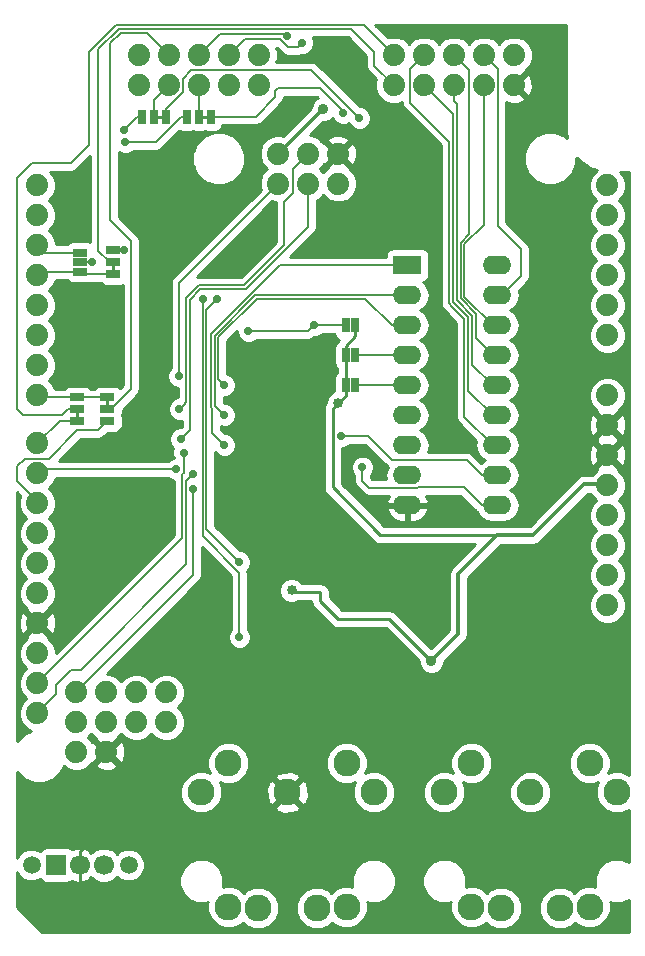
<source format=gbl>
G04 #@! TF.FileFunction,Copper,L2,Bot,Signal*
%FSLAX46Y46*%
G04 Gerber Fmt 4.6, Leading zero omitted, Abs format (unit mm)*
G04 Created by KiCad (PCBNEW 4.0.7-e2-6376~58~ubuntu16.04.1) date Mon Aug 13 19:10:38 2018*
%MOMM*%
%LPD*%
G01*
G04 APERTURE LIST*
%ADD10C,0.100000*%
%ADD11C,0.254000*%
%ADD12C,1.879600*%
%ADD13R,0.635000X1.270000*%
%ADD14R,1.270000X0.635000*%
%ADD15C,2.286000*%
%ADD16R,2.400000X1.600000*%
%ADD17O,2.400000X1.600000*%
%ADD18R,1.700000X1.700000*%
%ADD19C,1.700000*%
%ADD20C,1.500000*%
%ADD21C,0.850000*%
%ADD22C,0.900000*%
%ADD23C,0.700000*%
%ADD24C,0.275000*%
%ADD25C,0.325000*%
%ADD26C,0.300000*%
%ADD27C,0.250000*%
%ADD28C,0.152400*%
G04 APERTURE END LIST*
D10*
D11*
X164465000Y-44577000D02*
X165481000Y-44577000D01*
X160655000Y-44577000D02*
X161671000Y-44577000D01*
X154178000Y-69342000D02*
X154178000Y-70358000D01*
X156718000Y-69342000D02*
X156718000Y-68326000D01*
X157226000Y-56896000D02*
X157226000Y-57912000D01*
D12*
X159385000Y-41910000D03*
X159385000Y-39370000D03*
X161925000Y-41910000D03*
X161925000Y-39370000D03*
X164465000Y-41910000D03*
X164465000Y-39370000D03*
X167005000Y-41910000D03*
X167005000Y-39370000D03*
X169545000Y-41910000D03*
X169545000Y-39370000D03*
D13*
X163449000Y-44577000D03*
X164465000Y-44577000D03*
X165481000Y-44577000D03*
X159639000Y-44577000D03*
X160655000Y-44577000D03*
X161671000Y-44577000D03*
D14*
X154178000Y-68326000D03*
X154178000Y-69342000D03*
X154178000Y-70358000D03*
D13*
X177698400Y-67310000D03*
X176885600Y-67310000D03*
D14*
X156718000Y-70358000D03*
X156718000Y-69342000D03*
X156718000Y-68326000D03*
D13*
X177698400Y-64770000D03*
X176885600Y-64770000D03*
X177698400Y-62230000D03*
X176885600Y-62230000D03*
D12*
X180975000Y-41910000D03*
X180975000Y-39370000D03*
X183515000Y-41910000D03*
X183515000Y-39370000D03*
X186055000Y-41910000D03*
X186055000Y-39370000D03*
X188595000Y-41910000D03*
X188595000Y-39370000D03*
X191135000Y-41910000D03*
X191135000Y-39370000D03*
D15*
X199831960Y-101800660D03*
X192532000Y-101800660D03*
X185232040Y-101800660D03*
X197530720Y-99301300D03*
X187533280Y-99301300D03*
X187533280Y-111500920D03*
X197530720Y-111500920D03*
X190032000Y-111600000D03*
X195032000Y-111600000D03*
X179257960Y-101800660D03*
X171958000Y-101800660D03*
X164658040Y-101800660D03*
X176956720Y-99301300D03*
X166959280Y-99301300D03*
X166959280Y-111500920D03*
X176956720Y-111500920D03*
X169458000Y-111600000D03*
X174458000Y-111600000D03*
D14*
X154432000Y-57708800D03*
X154432000Y-56896000D03*
X154432000Y-56083200D03*
X157226000Y-55880000D03*
X157226000Y-56896000D03*
X157226000Y-57912000D03*
D16*
X182118000Y-57150000D03*
D17*
X189738000Y-77470000D03*
X182118000Y-59690000D03*
X189738000Y-74930000D03*
X182118000Y-62230000D03*
X189738000Y-72390000D03*
X182118000Y-64770000D03*
X189738000Y-69850000D03*
X182118000Y-67310000D03*
X189738000Y-67310000D03*
X182118000Y-69850000D03*
X189738000Y-64770000D03*
X182118000Y-72390000D03*
X189738000Y-62230000D03*
X182118000Y-74930000D03*
X189738000Y-59690000D03*
X182118000Y-77470000D03*
X189738000Y-57150000D03*
D18*
X152400000Y-107950000D03*
D19*
X154400000Y-107950000D03*
X156400000Y-107950000D03*
D20*
X150300000Y-107950000D03*
X158500000Y-107950000D03*
D12*
X176253500Y-47723000D03*
X176253500Y-50263000D03*
X173713500Y-47723000D03*
X173713500Y-50263000D03*
X171173500Y-47723000D03*
X171173500Y-50263000D03*
X199050000Y-78330000D03*
X199050000Y-75790000D03*
X199050000Y-63090000D03*
X199050000Y-60550000D03*
X199050000Y-58010000D03*
X199050000Y-55470000D03*
X199050000Y-52930000D03*
X199050000Y-50390000D03*
X150790000Y-90014000D03*
X150790000Y-55470000D03*
X150790000Y-58010000D03*
X150790000Y-60550000D03*
X150790000Y-63090000D03*
X150790000Y-65630000D03*
X150790000Y-68170000D03*
X150790000Y-72234000D03*
X150790000Y-74774000D03*
X150790000Y-77314000D03*
X150790000Y-79854000D03*
X150790000Y-82394000D03*
X150790000Y-84934000D03*
X199050000Y-73250000D03*
X199050000Y-70710000D03*
X150790000Y-87474000D03*
X199050000Y-83410000D03*
X199050000Y-85950000D03*
X199050000Y-80870000D03*
X150790000Y-50390000D03*
X150790000Y-95094000D03*
X150790000Y-92554000D03*
X150790000Y-52930000D03*
X199050000Y-68170000D03*
X154092000Y-93316000D03*
X156632000Y-93316000D03*
X159172000Y-93316000D03*
X161712000Y-93316000D03*
X154092000Y-95856000D03*
X156632000Y-95856000D03*
X159172000Y-95856000D03*
X161712000Y-95856000D03*
X154092000Y-98396000D03*
X156632000Y-98396000D03*
D21*
X172303819Y-84694209D03*
D22*
X184150000Y-90678000D03*
D21*
X176276000Y-68834000D03*
D22*
X175006000Y-43942000D03*
D23*
X176686854Y-44293146D03*
X178054000Y-44704000D03*
X158242000Y-46736000D03*
X158115000Y-45720000D03*
X162814000Y-69342000D03*
X171958000Y-37758621D03*
X162774379Y-66548000D03*
X162941000Y-71882000D03*
D21*
X153797000Y-64897000D03*
X163957000Y-50800000D03*
X159258000Y-51816000D03*
X153670000Y-51689000D03*
X153289000Y-54102000D03*
X169672000Y-54102000D03*
D23*
X173228000Y-38354000D03*
X165989000Y-60031390D03*
X167894008Y-82296000D03*
X164846000Y-60031390D03*
X167894000Y-88646000D03*
X163990788Y-76073000D03*
X163990790Y-74803000D03*
X163195000Y-73025000D03*
X176530000Y-71628000D03*
X158073800Y-55880000D03*
X178308000Y-74253800D03*
X162560000Y-74422000D03*
X155405643Y-56896001D03*
X168656000Y-62738000D03*
X174244000Y-62230000D03*
X166624000Y-72390000D03*
X166624000Y-69850000D03*
X166624000Y-67310000D03*
D24*
X184150000Y-90678000D02*
X180594000Y-87122000D01*
X180594000Y-87122000D02*
X176276000Y-87122000D01*
X176276000Y-87122000D02*
X174752000Y-85598000D01*
X174752000Y-85598000D02*
X174752000Y-84836000D01*
X174752000Y-84836000D02*
X174750618Y-84834618D01*
X174750618Y-84834618D02*
X172444228Y-84834618D01*
X172444228Y-84834618D02*
X172303819Y-84694209D01*
X175792499Y-75970499D02*
X179832000Y-80010000D01*
X179832000Y-80010000D02*
X189738000Y-80010000D01*
X176276000Y-68834000D02*
X175792499Y-69317501D01*
X175792499Y-69317501D02*
X175792499Y-75970499D01*
D25*
X184150000Y-90678000D02*
X186436000Y-88392000D01*
X197104000Y-75692000D02*
X198952000Y-75692000D01*
X192786000Y-80010000D02*
X197104000Y-75692000D01*
X189738000Y-80010000D02*
X192786000Y-80010000D01*
X186436000Y-83312000D02*
X189738000Y-80010000D01*
X186436000Y-88392000D02*
X186436000Y-83312000D01*
D26*
X198952000Y-75692000D02*
X199050000Y-75790000D01*
D27*
X176885600Y-64770000D02*
X176885600Y-63955298D01*
X176885600Y-63955298D02*
X177698400Y-63142498D01*
X177698400Y-63142498D02*
X177698400Y-62230000D01*
X176885600Y-67310000D02*
X176885600Y-64770000D01*
X176276000Y-68834000D02*
X176885600Y-68224400D01*
X176885600Y-68224400D02*
X176885600Y-67310000D01*
D26*
X174954500Y-43942000D02*
X175006000Y-43942000D01*
X171173500Y-47723000D02*
X174954500Y-43942000D01*
D28*
X176784000Y-44196000D02*
X176686854Y-44293146D01*
X165481000Y-44577000D02*
X169291000Y-44577000D01*
X169291000Y-44577000D02*
X170942000Y-42926000D01*
X170942000Y-42926000D02*
X170942000Y-42418000D01*
X171196000Y-42164000D02*
X174752000Y-42164000D01*
X170942000Y-42418000D02*
X171196000Y-42164000D01*
X174752000Y-42164000D02*
X176784000Y-44196000D01*
X178054000Y-44704000D02*
X173990000Y-40640000D01*
X173990000Y-40640000D02*
X163830000Y-40640000D01*
X163830000Y-40640000D02*
X163116001Y-41353999D01*
X163116001Y-41353999D02*
X163116001Y-42481681D01*
X163116001Y-42481681D02*
X161671000Y-43926682D01*
X161671000Y-43926682D02*
X161671000Y-44577000D01*
X158843040Y-46736000D02*
X158242000Y-46736000D01*
X160820100Y-46736000D02*
X158843040Y-46736000D01*
X162979100Y-44577000D02*
X160820100Y-46736000D01*
X163449000Y-44577000D02*
X162979100Y-44577000D01*
X158115000Y-45720000D02*
X159258000Y-44577000D01*
X159258000Y-44577000D02*
X159639000Y-44577000D01*
X156718000Y-69342000D02*
X157035500Y-69342000D01*
X157035500Y-69342000D02*
X158750000Y-67627500D01*
X158750000Y-67627500D02*
X158750000Y-55118000D01*
X158750000Y-55118000D02*
X156972000Y-53340000D01*
X156972000Y-53340000D02*
X156972000Y-38354000D01*
X160985201Y-38430201D02*
X161925000Y-39370000D01*
X156972000Y-38354000D02*
X157841178Y-37484822D01*
X157841178Y-37484822D02*
X160039822Y-37484822D01*
X160039822Y-37484822D02*
X160985201Y-38430201D01*
X154178000Y-70358000D02*
X152666000Y-70358000D01*
X152666000Y-70358000D02*
X150790000Y-72234000D01*
X163163999Y-68992001D02*
X162814000Y-69342000D01*
X164456382Y-58854589D02*
X163375589Y-59935382D01*
X171704000Y-55461945D02*
X168311354Y-58854589D01*
X172466000Y-51054000D02*
X171704000Y-51816000D01*
X172466000Y-48970500D02*
X172466000Y-51054000D01*
X173713500Y-47723000D02*
X172466000Y-48970500D01*
X163375589Y-68780411D02*
X163163999Y-68992001D01*
X163375589Y-59935382D02*
X163375589Y-68780411D01*
X168311354Y-58854589D02*
X164456382Y-58854589D01*
X171704000Y-51816000D02*
X171704000Y-55461945D01*
X164465000Y-39370000D02*
X166243000Y-37592000D01*
X166243000Y-37592000D02*
X171791379Y-37592000D01*
X171791379Y-37592000D02*
X171958000Y-37758621D01*
X162774379Y-66053026D02*
X162774379Y-66548000D01*
X162774379Y-58662121D02*
X162774379Y-66053026D01*
X171173500Y-50263000D02*
X162774379Y-58662121D01*
X163290999Y-71532001D02*
X162941000Y-71882000D01*
X163703000Y-71120000D02*
X163290999Y-71532001D01*
X163703000Y-60071000D02*
X163703000Y-71120000D01*
X164592000Y-59182000D02*
X163703000Y-60071000D01*
X168446973Y-59182000D02*
X164592000Y-59182000D01*
X173713500Y-53915473D02*
X168446973Y-59182000D01*
X173713500Y-50263000D02*
X173713500Y-53915473D01*
D27*
X159258000Y-51816000D02*
X160274000Y-50800000D01*
X160274000Y-50800000D02*
X163957000Y-50800000D01*
X153289000Y-54102000D02*
X153289000Y-52070000D01*
X153289000Y-52070000D02*
X153670000Y-51689000D01*
X154432000Y-109184081D02*
X154432000Y-111506000D01*
X154400000Y-107950000D02*
X154400000Y-109152081D01*
X154400000Y-109152081D02*
X154432000Y-109184081D01*
X158242000Y-100076000D02*
X158242000Y-100006000D01*
X158242000Y-100006000D02*
X156632000Y-98396000D01*
X155702000Y-102616000D02*
X158242000Y-100076000D01*
X155702000Y-105445919D02*
X155702000Y-102616000D01*
X154400000Y-107950000D02*
X154400000Y-106747919D01*
X154400000Y-106747919D02*
X155702000Y-105445919D01*
D28*
X172878001Y-38703999D02*
X173228000Y-38354000D01*
X172013600Y-38703999D02*
X172878001Y-38703999D01*
X171356799Y-38047198D02*
X172013600Y-38703999D01*
X168327802Y-38047198D02*
X171356799Y-38047198D01*
X167005000Y-39370000D02*
X168327802Y-38047198D01*
X167544009Y-81946001D02*
X167894008Y-82296000D01*
X165100000Y-79501992D02*
X167544009Y-81946001D01*
X165100000Y-60920390D02*
X165100000Y-79501992D01*
X165989000Y-60031390D02*
X165100000Y-60920390D01*
X167894000Y-88646000D02*
X167894000Y-83185000D01*
X164772589Y-80063589D02*
X164772589Y-60599775D01*
X167894000Y-83185000D02*
X164772589Y-80063589D01*
X164772589Y-60599775D02*
X164846000Y-60526364D01*
X164846000Y-60526364D02*
X164846000Y-60031390D01*
X156908500Y-56896000D02*
X157226000Y-56896000D01*
X155956000Y-55943500D02*
X156908500Y-56896000D01*
X155956000Y-38862000D02*
X155956000Y-55943500D01*
X157660589Y-37157411D02*
X155956000Y-38862000D01*
X177365411Y-37157411D02*
X157660589Y-37157411D01*
X179324000Y-39116000D02*
X177365411Y-37157411D01*
X180975000Y-41910000D02*
X179324000Y-40259000D01*
X179324000Y-40259000D02*
X179324000Y-39116000D01*
X149098000Y-49784000D02*
X149098000Y-69342000D01*
X153670000Y-48514000D02*
X150368000Y-48514000D01*
X155194000Y-46990000D02*
X153670000Y-48514000D01*
X149098000Y-69342000D02*
X149606000Y-69850000D01*
X178435000Y-36830000D02*
X157480000Y-36830000D01*
X155194000Y-39116000D02*
X155194000Y-46990000D01*
X180975000Y-39370000D02*
X178435000Y-36830000D01*
X157480000Y-36830000D02*
X155194000Y-39116000D01*
X150368000Y-48514000D02*
X149098000Y-49784000D01*
X149606000Y-69850000D02*
X152882600Y-69850000D01*
X152882600Y-69850000D02*
X153390600Y-69342000D01*
X153390600Y-69342000D02*
X154178000Y-69342000D01*
X184454799Y-42849799D02*
X183515000Y-41910000D01*
X185961767Y-44356767D02*
X184454799Y-42849799D01*
X185961767Y-60242854D02*
X185961767Y-44356767D01*
X187271411Y-61552498D02*
X185961767Y-60242854D01*
X189738000Y-69850000D02*
X189338000Y-69850000D01*
X187271411Y-67783411D02*
X187271411Y-61552498D01*
X189338000Y-69850000D02*
X187271411Y-67783411D01*
X186944000Y-69996000D02*
X189338000Y-72390000D01*
X185928000Y-60672116D02*
X185928000Y-60706000D01*
X182323999Y-40561001D02*
X182323999Y-43385999D01*
X183515000Y-39370000D02*
X182323999Y-40561001D01*
X182323999Y-43385999D02*
X185634356Y-46696356D01*
X185634356Y-46696356D02*
X185634356Y-60378472D01*
X185634356Y-60378472D02*
X185928000Y-60672116D01*
X185928000Y-60706000D02*
X186944000Y-61722000D01*
X186944000Y-61722000D02*
X186944000Y-69996000D01*
X189338000Y-72390000D02*
X189738000Y-72390000D01*
X186289178Y-60107236D02*
X187598822Y-61416880D01*
X186289178Y-43473255D02*
X186289178Y-60107236D01*
X189338000Y-67310000D02*
X189738000Y-67310000D01*
X187598822Y-61416880D02*
X187598822Y-65570822D01*
X186055000Y-43239077D02*
X186289178Y-43473255D01*
X186055000Y-41910000D02*
X186055000Y-43239077D01*
X187598822Y-65570822D02*
X189338000Y-67310000D01*
X186616589Y-55236382D02*
X187322209Y-54530763D01*
X186994799Y-40309799D02*
X186055000Y-39370000D01*
X186616589Y-59971618D02*
X186616589Y-55236382D01*
X187322209Y-40637209D02*
X186994799Y-40309799D01*
X187322209Y-54530763D02*
X187322209Y-40637209D01*
X187926233Y-61281262D02*
X186616589Y-59971618D01*
X187926233Y-63358233D02*
X187926233Y-61281262D01*
X189738000Y-64770000D02*
X189338000Y-64770000D01*
X189338000Y-64770000D02*
X187926233Y-63358233D01*
X188595000Y-41910000D02*
X188595000Y-53721000D01*
X186944000Y-55372000D02*
X186944000Y-59836000D01*
X188595000Y-53721000D02*
X186944000Y-55372000D01*
X186944000Y-59836000D02*
X189338000Y-62230000D01*
X189338000Y-62230000D02*
X189738000Y-62230000D01*
X191770000Y-55783998D02*
X191770000Y-58058000D01*
X191770000Y-58058000D02*
X190138000Y-59690000D01*
X190138000Y-59690000D02*
X189738000Y-59690000D01*
X189786001Y-53799999D02*
X191770000Y-55783998D01*
X188595000Y-39370000D02*
X189786001Y-40561001D01*
X189786001Y-40561001D02*
X189786001Y-53799999D01*
X161925000Y-41910000D02*
X160655000Y-43180000D01*
X160655000Y-43180000D02*
X160655000Y-44577000D01*
X164465000Y-41910000D02*
X164465000Y-43239077D01*
X164465000Y-43239077D02*
X164465000Y-44577000D01*
X154092000Y-93316000D02*
X163990788Y-83417212D01*
X163990788Y-83417212D02*
X163990788Y-76567974D01*
X163990788Y-76567974D02*
X163990788Y-76073000D01*
X157226000Y-57912000D02*
X154635200Y-57912000D01*
X154635200Y-57912000D02*
X154432000Y-57708800D01*
X154432000Y-57708800D02*
X151091200Y-57708800D01*
X151091200Y-57708800D02*
X150790000Y-58010000D01*
X156718000Y-68326000D02*
X155930600Y-68326000D01*
X155930600Y-68326000D02*
X154178000Y-68326000D01*
X154178000Y-68326000D02*
X150946000Y-68326000D01*
X150946000Y-68326000D02*
X150790000Y-68170000D01*
X154444000Y-91440000D02*
X163389587Y-82494413D01*
X152400000Y-92710000D02*
X153670000Y-91440000D01*
X152400000Y-93484000D02*
X152400000Y-92710000D01*
X150790000Y-95094000D02*
X152400000Y-93484000D01*
X163640791Y-75152999D02*
X163990790Y-74803000D01*
X163389587Y-82494413D02*
X163389587Y-75404203D01*
X153670000Y-91440000D02*
X154444000Y-91440000D01*
X163389587Y-75404203D02*
X163640791Y-75152999D01*
X163195000Y-73519974D02*
X163195000Y-73025000D01*
X163195000Y-74709012D02*
X163195000Y-73519974D01*
X163062176Y-74841836D02*
X163195000Y-74709012D01*
X163062176Y-80281824D02*
X163062176Y-74841836D01*
X150790000Y-92554000D02*
X163062176Y-80281824D01*
X177698400Y-67310000D02*
X178168300Y-67310000D01*
X178168300Y-67310000D02*
X182118000Y-67310000D01*
X177698400Y-64770000D02*
X182118000Y-64770000D01*
X156718000Y-70358000D02*
X155956000Y-71120000D01*
X155956000Y-71120000D02*
X154178000Y-71120000D01*
X149098000Y-75438000D02*
X150790000Y-77130000D01*
X154178000Y-71120000D02*
X151765000Y-73533000D01*
X151765000Y-73533000D02*
X149733000Y-73533000D01*
X149098000Y-74168000D02*
X149098000Y-75438000D01*
X149733000Y-73533000D02*
X149098000Y-74168000D01*
X150790000Y-77130000D02*
X150790000Y-77314000D01*
X176530000Y-71628000D02*
X178816000Y-71628000D01*
X178816000Y-71628000D02*
X180848000Y-73660000D01*
X180848000Y-73660000D02*
X187115600Y-73660000D01*
X187115600Y-73660000D02*
X188385600Y-74930000D01*
X188385600Y-74930000D02*
X189738000Y-74930000D01*
X157226000Y-55880000D02*
X158073800Y-55880000D01*
X178851210Y-75981210D02*
X178308000Y-75438000D01*
X178308000Y-75438000D02*
X178308000Y-74253800D01*
X186861600Y-75946000D02*
X182988635Y-75946000D01*
X182988635Y-75946000D02*
X182953425Y-75981210D01*
X182953425Y-75981210D02*
X178851210Y-75981210D01*
X189738000Y-77470000D02*
X188385600Y-77470000D01*
X188385600Y-77470000D02*
X186861600Y-75946000D01*
X154432000Y-56083200D02*
X151403200Y-56083200D01*
X151403200Y-56083200D02*
X150790000Y-55470000D01*
X162560000Y-74422000D02*
X151142000Y-74422000D01*
X151142000Y-74422000D02*
X150790000Y-74774000D01*
X154432000Y-56896000D02*
X155405642Y-56896000D01*
X155405642Y-56896000D02*
X155405643Y-56896001D01*
X169150974Y-62738000D02*
X168656000Y-62738000D01*
X173736000Y-62738000D02*
X169150974Y-62738000D01*
X174244000Y-62230000D02*
X173736000Y-62738000D01*
X174244000Y-62230000D02*
X176885600Y-62230000D01*
X166274001Y-72040001D02*
X166624000Y-72390000D01*
X165608000Y-69297029D02*
X165608000Y-71374000D01*
X165461178Y-69150207D02*
X165608000Y-69297029D01*
X165461178Y-62974764D02*
X165461178Y-69150207D01*
X182118000Y-57150000D02*
X171285943Y-57150000D01*
X171285943Y-57150000D02*
X165461178Y-62974764D01*
X165608000Y-71374000D02*
X166274001Y-72040001D01*
X165788589Y-66937618D02*
X165862000Y-67011029D01*
X165862000Y-69088000D02*
X166274001Y-69500001D01*
X169208971Y-59690000D02*
X165788589Y-63110382D01*
X165788589Y-63110382D02*
X165788589Y-66937618D01*
X182118000Y-59690000D02*
X169208971Y-59690000D01*
X166274001Y-69500001D02*
X166624000Y-69850000D01*
X165862000Y-67011029D02*
X165862000Y-69088000D01*
X182118000Y-62230000D02*
X180765600Y-62230000D01*
X180765600Y-62230000D02*
X178553010Y-60017410D01*
X166116000Y-63246000D02*
X166116000Y-66802000D01*
X178553010Y-60017410D02*
X169344590Y-60017410D01*
X169344590Y-60017410D02*
X166116000Y-63246000D01*
X166116000Y-66802000D02*
X166624000Y-67310000D01*
D11*
G36*
X195505000Y-45720000D02*
X195518642Y-45788584D01*
X195518642Y-45858514D01*
X195631152Y-46424140D01*
X195457679Y-46250364D01*
X194636519Y-45909389D01*
X193747381Y-45908613D01*
X192925628Y-46248155D01*
X192296364Y-46876321D01*
X191955389Y-47697481D01*
X191954613Y-48586619D01*
X192294155Y-49408372D01*
X192922321Y-50037636D01*
X193743481Y-50378611D01*
X194632619Y-50379387D01*
X195454372Y-50039845D01*
X196083636Y-49411679D01*
X196424611Y-48590519D01*
X196425071Y-48063277D01*
X196443001Y-48090111D01*
X196638889Y-48285999D01*
X197545327Y-48891662D01*
X197801268Y-48997677D01*
X198146846Y-49066417D01*
X197715728Y-49496783D01*
X197475474Y-50075379D01*
X197474927Y-50701873D01*
X197714171Y-51280887D01*
X198092896Y-51660273D01*
X197715728Y-52036783D01*
X197475474Y-52615379D01*
X197474927Y-53241873D01*
X197714171Y-53820887D01*
X198092896Y-54200273D01*
X197715728Y-54576783D01*
X197475474Y-55155379D01*
X197474927Y-55781873D01*
X197714171Y-56360887D01*
X198092896Y-56740273D01*
X197715728Y-57116783D01*
X197475474Y-57695379D01*
X197474927Y-58321873D01*
X197714171Y-58900887D01*
X198092896Y-59280273D01*
X197715728Y-59656783D01*
X197475474Y-60235379D01*
X197474927Y-60861873D01*
X197714171Y-61440887D01*
X198092896Y-61820273D01*
X197715728Y-62196783D01*
X197475474Y-62775379D01*
X197474927Y-63401873D01*
X197714171Y-63980887D01*
X198156783Y-64424272D01*
X198735379Y-64664526D01*
X199361873Y-64665073D01*
X199940887Y-64425829D01*
X200384272Y-63983217D01*
X200624526Y-63404621D01*
X200625073Y-62778127D01*
X200385829Y-62199113D01*
X200007104Y-61819727D01*
X200384272Y-61443217D01*
X200624526Y-60864621D01*
X200625073Y-60238127D01*
X200385829Y-59659113D01*
X200007104Y-59279727D01*
X200384272Y-58903217D01*
X200624526Y-58324621D01*
X200625073Y-57698127D01*
X200385829Y-57119113D01*
X200007104Y-56739727D01*
X200384272Y-56363217D01*
X200624526Y-55784621D01*
X200625073Y-55158127D01*
X200385829Y-54579113D01*
X200007104Y-54199727D01*
X200384272Y-53823217D01*
X200624526Y-53244621D01*
X200625073Y-52618127D01*
X200385829Y-52039113D01*
X200007104Y-51659727D01*
X200384272Y-51283217D01*
X200624526Y-50704621D01*
X200625073Y-50078127D01*
X200385829Y-49499113D01*
X200111196Y-49224000D01*
X200839000Y-49224000D01*
X200839000Y-100293630D01*
X200187178Y-100022969D01*
X199479846Y-100022352D01*
X199089537Y-100183624D01*
X199308411Y-99656518D01*
X199309028Y-98949186D01*
X199038914Y-98295460D01*
X198539191Y-97794864D01*
X197885938Y-97523609D01*
X197178606Y-97522992D01*
X196524880Y-97793106D01*
X196024284Y-98292829D01*
X195753029Y-98946082D01*
X195752412Y-99653414D01*
X196022526Y-100307140D01*
X196522249Y-100807736D01*
X197175502Y-101078991D01*
X197882834Y-101079608D01*
X198273143Y-100918336D01*
X198054269Y-101445442D01*
X198053652Y-102152774D01*
X198323766Y-102806500D01*
X198823489Y-103307096D01*
X199476742Y-103578351D01*
X200184074Y-103578968D01*
X200837800Y-103308854D01*
X200839000Y-103307656D01*
X200839000Y-107704165D01*
X200203600Y-107440323D01*
X199463646Y-107439677D01*
X198779771Y-107722249D01*
X198256088Y-108245019D01*
X197972323Y-108928400D01*
X197971677Y-109668354D01*
X198016804Y-109777569D01*
X197885938Y-109723229D01*
X197178606Y-109722612D01*
X196524880Y-109992726D01*
X196231834Y-110285261D01*
X196040471Y-110093564D01*
X195387218Y-109822309D01*
X194679886Y-109821692D01*
X194026160Y-110091806D01*
X193525564Y-110591529D01*
X193254309Y-111244782D01*
X193253692Y-111952114D01*
X193523806Y-112605840D01*
X194023529Y-113106436D01*
X194676782Y-113377691D01*
X195384114Y-113378308D01*
X196037840Y-113108194D01*
X196330886Y-112815659D01*
X196522249Y-113007356D01*
X197175502Y-113278611D01*
X197882834Y-113279228D01*
X198536560Y-113009114D01*
X199037156Y-112509391D01*
X199308411Y-111856138D01*
X199309028Y-111148806D01*
X199283100Y-111086056D01*
X199460400Y-111159677D01*
X200200354Y-111160323D01*
X200839000Y-110896439D01*
X200839000Y-113590000D01*
X151170091Y-113590000D01*
X149046000Y-111465908D01*
X149046000Y-109668354D01*
X162797677Y-109668354D01*
X163080249Y-110352229D01*
X163603019Y-110875912D01*
X164286400Y-111159677D01*
X165026354Y-111160323D01*
X165206411Y-111085925D01*
X165181589Y-111145702D01*
X165180972Y-111853034D01*
X165451086Y-112506760D01*
X165950809Y-113007356D01*
X166604062Y-113278611D01*
X167311394Y-113279228D01*
X167965120Y-113009114D01*
X168159086Y-112815486D01*
X168449529Y-113106436D01*
X169102782Y-113377691D01*
X169810114Y-113378308D01*
X170463840Y-113108194D01*
X170964436Y-112608471D01*
X171235691Y-111955218D01*
X171235693Y-111952114D01*
X172679692Y-111952114D01*
X172949806Y-112605840D01*
X173449529Y-113106436D01*
X174102782Y-113377691D01*
X174810114Y-113378308D01*
X175463840Y-113108194D01*
X175756886Y-112815659D01*
X175948249Y-113007356D01*
X176601502Y-113278611D01*
X177308834Y-113279228D01*
X177962560Y-113009114D01*
X178463156Y-112509391D01*
X178734411Y-111856138D01*
X178735028Y-111148806D01*
X178709100Y-111086056D01*
X178886400Y-111159677D01*
X179626354Y-111160323D01*
X180310229Y-110877751D01*
X180833912Y-110354981D01*
X181117677Y-109671600D01*
X181117679Y-109668354D01*
X183371677Y-109668354D01*
X183654249Y-110352229D01*
X184177019Y-110875912D01*
X184860400Y-111159677D01*
X185600354Y-111160323D01*
X185780411Y-111085925D01*
X185755589Y-111145702D01*
X185754972Y-111853034D01*
X186025086Y-112506760D01*
X186524809Y-113007356D01*
X187178062Y-113278611D01*
X187885394Y-113279228D01*
X188539120Y-113009114D01*
X188733086Y-112815486D01*
X189023529Y-113106436D01*
X189676782Y-113377691D01*
X190384114Y-113378308D01*
X191037840Y-113108194D01*
X191538436Y-112608471D01*
X191809691Y-111955218D01*
X191810308Y-111247886D01*
X191540194Y-110594160D01*
X191040471Y-110093564D01*
X190387218Y-109822309D01*
X189679886Y-109821692D01*
X189026160Y-110091806D01*
X188832194Y-110285434D01*
X188541751Y-109994484D01*
X187888498Y-109723229D01*
X187181166Y-109722612D01*
X187047574Y-109777811D01*
X187091677Y-109671600D01*
X187092323Y-108931646D01*
X186809751Y-108247771D01*
X186286981Y-107724088D01*
X185603600Y-107440323D01*
X184863646Y-107439677D01*
X184179771Y-107722249D01*
X183656088Y-108245019D01*
X183372323Y-108928400D01*
X183371677Y-109668354D01*
X181117679Y-109668354D01*
X181118323Y-108931646D01*
X180835751Y-108247771D01*
X180312981Y-107724088D01*
X179629600Y-107440323D01*
X178889646Y-107439677D01*
X178205771Y-107722249D01*
X177682088Y-108245019D01*
X177398323Y-108928400D01*
X177397677Y-109668354D01*
X177442804Y-109777569D01*
X177311938Y-109723229D01*
X176604606Y-109722612D01*
X175950880Y-109992726D01*
X175657834Y-110285261D01*
X175466471Y-110093564D01*
X174813218Y-109822309D01*
X174105886Y-109821692D01*
X173452160Y-110091806D01*
X172951564Y-110591529D01*
X172680309Y-111244782D01*
X172679692Y-111952114D01*
X171235693Y-111952114D01*
X171236308Y-111247886D01*
X170966194Y-110594160D01*
X170466471Y-110093564D01*
X169813218Y-109822309D01*
X169105886Y-109821692D01*
X168452160Y-110091806D01*
X168258194Y-110285434D01*
X167967751Y-109994484D01*
X167314498Y-109723229D01*
X166607166Y-109722612D01*
X166473574Y-109777811D01*
X166517677Y-109671600D01*
X166518323Y-108931646D01*
X166235751Y-108247771D01*
X165712981Y-107724088D01*
X165029600Y-107440323D01*
X164289646Y-107439677D01*
X163605771Y-107722249D01*
X163082088Y-108245019D01*
X162798323Y-108928400D01*
X162797677Y-109668354D01*
X149046000Y-109668354D01*
X149046000Y-108541911D01*
X149125169Y-108733515D01*
X149514436Y-109123461D01*
X150023298Y-109334759D01*
X150574285Y-109335240D01*
X151021048Y-109150642D01*
X151085910Y-109251441D01*
X151298110Y-109396431D01*
X151550000Y-109447440D01*
X153250000Y-109447440D01*
X153485317Y-109403162D01*
X153689324Y-109271887D01*
X154171279Y-109446718D01*
X154761458Y-109420315D01*
X155184080Y-109245259D01*
X155264352Y-108993960D01*
X155379062Y-109108670D01*
X155418752Y-109068980D01*
X155557717Y-109208188D01*
X156103319Y-109434742D01*
X156694089Y-109435257D01*
X157240086Y-109209656D01*
X157520772Y-108929459D01*
X157714436Y-109123461D01*
X158223298Y-109334759D01*
X158774285Y-109335240D01*
X159283515Y-109124831D01*
X159673461Y-108735564D01*
X159884759Y-108226702D01*
X159885240Y-107675715D01*
X159674831Y-107166485D01*
X159285564Y-106776539D01*
X158776702Y-106565241D01*
X158225715Y-106564760D01*
X157716485Y-106775169D01*
X157520649Y-106970664D01*
X157242283Y-106691812D01*
X156696681Y-106465258D01*
X156105911Y-106464743D01*
X155559914Y-106690344D01*
X155418872Y-106831140D01*
X155379062Y-106791330D01*
X155264352Y-106906040D01*
X155184080Y-106654741D01*
X154628721Y-106453282D01*
X154038542Y-106479685D01*
X153682671Y-106627092D01*
X153501890Y-106503569D01*
X153250000Y-106452560D01*
X151550000Y-106452560D01*
X151314683Y-106496838D01*
X151098559Y-106635910D01*
X151020836Y-106749662D01*
X150576702Y-106565241D01*
X150025715Y-106564760D01*
X149516485Y-106775169D01*
X149126539Y-107164436D01*
X149046000Y-107358395D01*
X149046000Y-102152774D01*
X162879732Y-102152774D01*
X163149846Y-102806500D01*
X163649569Y-103307096D01*
X164302822Y-103578351D01*
X165010154Y-103578968D01*
X165663880Y-103308854D01*
X165916551Y-103056623D01*
X170881642Y-103056623D01*
X170997806Y-103338318D01*
X171659333Y-103588722D01*
X172366329Y-103566909D01*
X172918194Y-103338318D01*
X173034358Y-103056623D01*
X171958000Y-101980265D01*
X170881642Y-103056623D01*
X165916551Y-103056623D01*
X166164476Y-102809131D01*
X166435731Y-102155878D01*
X166436301Y-101501993D01*
X170169938Y-101501993D01*
X170191751Y-102208989D01*
X170420342Y-102760854D01*
X170702037Y-102877018D01*
X171778395Y-101800660D01*
X172137605Y-101800660D01*
X173213963Y-102877018D01*
X173495658Y-102760854D01*
X173746062Y-102099327D01*
X173724249Y-101392331D01*
X173495658Y-100840466D01*
X173213963Y-100724302D01*
X172137605Y-101800660D01*
X171778395Y-101800660D01*
X170702037Y-100724302D01*
X170420342Y-100840466D01*
X170169938Y-101501993D01*
X166436301Y-101501993D01*
X166436348Y-101448546D01*
X166217292Y-100918390D01*
X166604062Y-101078991D01*
X167311394Y-101079608D01*
X167965120Y-100809494D01*
X168230379Y-100544697D01*
X170881642Y-100544697D01*
X171958000Y-101621055D01*
X173034358Y-100544697D01*
X172918194Y-100263002D01*
X172256667Y-100012598D01*
X171549671Y-100034411D01*
X170997806Y-100263002D01*
X170881642Y-100544697D01*
X168230379Y-100544697D01*
X168465716Y-100309771D01*
X168736971Y-99656518D01*
X168736973Y-99653414D01*
X175178412Y-99653414D01*
X175448526Y-100307140D01*
X175948249Y-100807736D01*
X176601502Y-101078991D01*
X177308834Y-101079608D01*
X177699143Y-100918336D01*
X177480269Y-101445442D01*
X177479652Y-102152774D01*
X177749766Y-102806500D01*
X178249489Y-103307096D01*
X178902742Y-103578351D01*
X179610074Y-103578968D01*
X180263800Y-103308854D01*
X180764396Y-102809131D01*
X181035651Y-102155878D01*
X181035653Y-102152774D01*
X183453732Y-102152774D01*
X183723846Y-102806500D01*
X184223569Y-103307096D01*
X184876822Y-103578351D01*
X185584154Y-103578968D01*
X186237880Y-103308854D01*
X186738476Y-102809131D01*
X187009731Y-102155878D01*
X187009733Y-102152774D01*
X190753692Y-102152774D01*
X191023806Y-102806500D01*
X191523529Y-103307096D01*
X192176782Y-103578351D01*
X192884114Y-103578968D01*
X193537840Y-103308854D01*
X194038436Y-102809131D01*
X194309691Y-102155878D01*
X194310308Y-101448546D01*
X194040194Y-100794820D01*
X193540471Y-100294224D01*
X192887218Y-100022969D01*
X192179886Y-100022352D01*
X191526160Y-100292466D01*
X191025564Y-100792189D01*
X190754309Y-101445442D01*
X190753692Y-102152774D01*
X187009733Y-102152774D01*
X187010348Y-101448546D01*
X186791292Y-100918390D01*
X187178062Y-101078991D01*
X187885394Y-101079608D01*
X188539120Y-100809494D01*
X189039716Y-100309771D01*
X189310971Y-99656518D01*
X189311588Y-98949186D01*
X189041474Y-98295460D01*
X188541751Y-97794864D01*
X187888498Y-97523609D01*
X187181166Y-97522992D01*
X186527440Y-97793106D01*
X186026844Y-98292829D01*
X185755589Y-98946082D01*
X185754972Y-99653414D01*
X185974028Y-100183570D01*
X185587258Y-100022969D01*
X184879926Y-100022352D01*
X184226200Y-100292466D01*
X183725604Y-100792189D01*
X183454349Y-101445442D01*
X183453732Y-102152774D01*
X181035653Y-102152774D01*
X181036268Y-101448546D01*
X180766154Y-100794820D01*
X180266431Y-100294224D01*
X179613178Y-100022969D01*
X178905846Y-100022352D01*
X178515537Y-100183624D01*
X178734411Y-99656518D01*
X178735028Y-98949186D01*
X178464914Y-98295460D01*
X177965191Y-97794864D01*
X177311938Y-97523609D01*
X176604606Y-97522992D01*
X175950880Y-97793106D01*
X175450284Y-98292829D01*
X175179029Y-98946082D01*
X175178412Y-99653414D01*
X168736973Y-99653414D01*
X168737588Y-98949186D01*
X168467474Y-98295460D01*
X167967751Y-97794864D01*
X167314498Y-97523609D01*
X166607166Y-97522992D01*
X165953440Y-97793106D01*
X165452844Y-98292829D01*
X165181589Y-98946082D01*
X165180972Y-99653414D01*
X165400028Y-100183570D01*
X165013258Y-100022969D01*
X164305926Y-100022352D01*
X163652200Y-100292466D01*
X163151604Y-100792189D01*
X162880349Y-101445442D01*
X162879732Y-102152774D01*
X149046000Y-102152774D01*
X149046000Y-100050290D01*
X149632321Y-100637636D01*
X150453481Y-100978611D01*
X151342619Y-100979387D01*
X152164372Y-100639845D01*
X152793636Y-100011679D01*
X152995178Y-99526311D01*
X153198783Y-99730272D01*
X153777379Y-99970526D01*
X154403873Y-99971073D01*
X154982887Y-99731829D01*
X155210144Y-99504968D01*
X155702637Y-99504968D01*
X155793923Y-99765580D01*
X156381833Y-99982045D01*
X157007828Y-99957049D01*
X157470077Y-99765580D01*
X157561363Y-99504968D01*
X156632000Y-98575605D01*
X155702637Y-99504968D01*
X155210144Y-99504968D01*
X155424601Y-99290885D01*
X155523032Y-99325363D01*
X156452395Y-98396000D01*
X156811605Y-98396000D01*
X157740968Y-99325363D01*
X158001580Y-99234077D01*
X158218045Y-98646167D01*
X158193049Y-98020172D01*
X158001580Y-97557923D01*
X157740968Y-97466637D01*
X156811605Y-98396000D01*
X156452395Y-98396000D01*
X155523032Y-97466637D01*
X155424036Y-97501313D01*
X155049104Y-97125727D01*
X155362273Y-96813104D01*
X155737115Y-97188601D01*
X155702637Y-97287032D01*
X156632000Y-98216395D01*
X157561363Y-97287032D01*
X157526687Y-97188036D01*
X157902273Y-96813104D01*
X158278783Y-97190272D01*
X158857379Y-97430526D01*
X159483873Y-97431073D01*
X160062887Y-97191829D01*
X160442273Y-96813104D01*
X160818783Y-97190272D01*
X161397379Y-97430526D01*
X162023873Y-97431073D01*
X162602887Y-97191829D01*
X163046272Y-96749217D01*
X163286526Y-96170621D01*
X163287073Y-95544127D01*
X163047829Y-94965113D01*
X162669104Y-94585727D01*
X163046272Y-94209217D01*
X163286526Y-93630621D01*
X163287073Y-93004127D01*
X163047829Y-92425113D01*
X162605217Y-91981728D01*
X162026621Y-91741474D01*
X161400127Y-91740927D01*
X160821113Y-91980171D01*
X160441727Y-92358896D01*
X160065217Y-91981728D01*
X159486621Y-91741474D01*
X158860127Y-91740927D01*
X158281113Y-91980171D01*
X157901727Y-92358896D01*
X157525217Y-91981728D01*
X156946621Y-91741474D01*
X156672554Y-91741235D01*
X164493682Y-83920107D01*
X164647851Y-83689377D01*
X164665993Y-83598171D01*
X164701988Y-83417212D01*
X164701988Y-80998776D01*
X167182800Y-83479589D01*
X167182800Y-87964174D01*
X167059445Y-88087314D01*
X166909172Y-88449212D01*
X166908830Y-88841069D01*
X167058471Y-89203229D01*
X167335314Y-89480555D01*
X167697212Y-89630828D01*
X168089069Y-89631170D01*
X168451229Y-89481529D01*
X168728555Y-89204686D01*
X168878828Y-88842788D01*
X168879170Y-88450931D01*
X168729529Y-88088771D01*
X168605200Y-87964225D01*
X168605200Y-83185000D01*
X168570819Y-83012155D01*
X168728563Y-82854686D01*
X168878836Y-82492788D01*
X168879178Y-82100931D01*
X168729537Y-81738771D01*
X168452694Y-81461445D01*
X168090796Y-81311172D01*
X167914815Y-81311018D01*
X165811200Y-79207404D01*
X165811200Y-72969998D01*
X166065314Y-73224555D01*
X166427212Y-73374828D01*
X166819069Y-73375170D01*
X167181229Y-73225529D01*
X167458555Y-72948686D01*
X167608828Y-72586788D01*
X167609170Y-72194931D01*
X167459529Y-71832771D01*
X167182686Y-71555445D01*
X166820788Y-71405172D01*
X166644807Y-71405018D01*
X166319200Y-71079412D01*
X166319200Y-70789978D01*
X166427212Y-70834828D01*
X166819069Y-70835170D01*
X167181229Y-70685529D01*
X167458555Y-70408686D01*
X167608828Y-70046788D01*
X167609170Y-69654931D01*
X167459529Y-69292771D01*
X167182686Y-69015445D01*
X166820788Y-68865172D01*
X166644807Y-68865018D01*
X166573200Y-68793411D01*
X166573200Y-68294955D01*
X166819069Y-68295170D01*
X167181229Y-68145529D01*
X167458555Y-67868686D01*
X167608828Y-67506788D01*
X167609170Y-67114931D01*
X167459529Y-66752771D01*
X167182686Y-66475445D01*
X166827200Y-66327834D01*
X166827200Y-63540588D01*
X167671036Y-62696752D01*
X167670830Y-62933069D01*
X167820471Y-63295229D01*
X168097314Y-63572555D01*
X168459212Y-63722828D01*
X168851069Y-63723170D01*
X169213229Y-63573529D01*
X169337775Y-63449200D01*
X173736000Y-63449200D01*
X174008165Y-63395063D01*
X174238894Y-63240894D01*
X174264770Y-63215018D01*
X174439069Y-63215170D01*
X174801229Y-63065529D01*
X174925775Y-62941200D01*
X175934998Y-62941200D01*
X175964938Y-63100317D01*
X176104010Y-63316441D01*
X176316210Y-63461431D01*
X176318765Y-63461948D01*
X176226270Y-63600377D01*
X176116659Y-63670910D01*
X175971669Y-63883110D01*
X175920660Y-64135000D01*
X175920660Y-65405000D01*
X175964938Y-65640317D01*
X176104010Y-65856441D01*
X176125600Y-65871193D01*
X176125600Y-66205157D01*
X176116659Y-66210910D01*
X175971669Y-66423110D01*
X175920660Y-66675000D01*
X175920660Y-67833901D01*
X175676342Y-67934851D01*
X175377899Y-68232774D01*
X175216184Y-68622228D01*
X175216014Y-68816525D01*
X175078802Y-69021878D01*
X175019999Y-69317501D01*
X175019999Y-75970499D01*
X175078802Y-76266122D01*
X175246259Y-76516739D01*
X179285760Y-80556240D01*
X179536377Y-80723697D01*
X179832000Y-80782500D01*
X187837664Y-80782500D01*
X185872082Y-82748082D01*
X185699206Y-83006810D01*
X185638500Y-83312000D01*
X185638500Y-88061664D01*
X184132322Y-89567842D01*
X181140240Y-86575760D01*
X180889623Y-86408303D01*
X180594000Y-86349500D01*
X176595980Y-86349500D01*
X175524500Y-85278020D01*
X175524500Y-84836000D01*
X175465697Y-84540377D01*
X175298240Y-84289760D01*
X175296858Y-84288378D01*
X175046241Y-84120921D01*
X174750618Y-84062118D01*
X173170592Y-84062118D01*
X172905045Y-83796108D01*
X172515591Y-83634393D01*
X172093897Y-83634025D01*
X171704161Y-83795060D01*
X171405718Y-84092983D01*
X171244003Y-84482437D01*
X171243635Y-84904131D01*
X171404670Y-85293867D01*
X171702593Y-85592310D01*
X172092047Y-85754025D01*
X172513741Y-85754393D01*
X172870175Y-85607118D01*
X173981314Y-85607118D01*
X174038303Y-85893623D01*
X174205760Y-86144240D01*
X175729760Y-87668240D01*
X175980377Y-87835697D01*
X176276000Y-87894500D01*
X180274020Y-87894500D01*
X183064993Y-90685473D01*
X183064812Y-90892873D01*
X183229646Y-91291800D01*
X183534595Y-91597282D01*
X183933233Y-91762811D01*
X184364873Y-91763188D01*
X184763800Y-91598354D01*
X185069282Y-91293405D01*
X185234811Y-90894767D01*
X185234963Y-90720873D01*
X186999918Y-88955918D01*
X187172794Y-88697190D01*
X187233500Y-88392000D01*
X187233500Y-83642336D01*
X190068336Y-80807500D01*
X192786000Y-80807500D01*
X193091190Y-80746794D01*
X193349918Y-80573918D01*
X197434336Y-76489500D01*
X197635091Y-76489500D01*
X197714171Y-76680887D01*
X198092896Y-77060273D01*
X197715728Y-77436783D01*
X197475474Y-78015379D01*
X197474927Y-78641873D01*
X197714171Y-79220887D01*
X198092896Y-79600273D01*
X197715728Y-79976783D01*
X197475474Y-80555379D01*
X197474927Y-81181873D01*
X197714171Y-81760887D01*
X198092896Y-82140273D01*
X197715728Y-82516783D01*
X197475474Y-83095379D01*
X197474927Y-83721873D01*
X197714171Y-84300887D01*
X198092896Y-84680273D01*
X197715728Y-85056783D01*
X197475474Y-85635379D01*
X197474927Y-86261873D01*
X197714171Y-86840887D01*
X198156783Y-87284272D01*
X198735379Y-87524526D01*
X199361873Y-87525073D01*
X199940887Y-87285829D01*
X200384272Y-86843217D01*
X200624526Y-86264621D01*
X200625073Y-85638127D01*
X200385829Y-85059113D01*
X200007104Y-84679727D01*
X200384272Y-84303217D01*
X200624526Y-83724621D01*
X200625073Y-83098127D01*
X200385829Y-82519113D01*
X200007104Y-82139727D01*
X200384272Y-81763217D01*
X200624526Y-81184621D01*
X200625073Y-80558127D01*
X200385829Y-79979113D01*
X200007104Y-79599727D01*
X200384272Y-79223217D01*
X200624526Y-78644621D01*
X200625073Y-78018127D01*
X200385829Y-77439113D01*
X200007104Y-77059727D01*
X200384272Y-76683217D01*
X200624526Y-76104621D01*
X200625073Y-75478127D01*
X200385829Y-74899113D01*
X199944885Y-74457399D01*
X199979363Y-74358968D01*
X199050000Y-73429605D01*
X198120637Y-74358968D01*
X198155313Y-74457964D01*
X197718015Y-74894500D01*
X197104000Y-74894500D01*
X196798810Y-74955206D01*
X196540082Y-75128082D01*
X192455664Y-79212500D01*
X189738000Y-79212500D01*
X189612316Y-79237500D01*
X180151980Y-79237500D01*
X178733519Y-77819039D01*
X180326096Y-77819039D01*
X180343633Y-77901819D01*
X180613500Y-78394896D01*
X181051517Y-78747166D01*
X181591000Y-78905000D01*
X181991000Y-78905000D01*
X181991000Y-77597000D01*
X182245000Y-77597000D01*
X182245000Y-78905000D01*
X182645000Y-78905000D01*
X183184483Y-78747166D01*
X183622500Y-78394896D01*
X183892367Y-77901819D01*
X183909904Y-77819039D01*
X183787915Y-77597000D01*
X182245000Y-77597000D01*
X181991000Y-77597000D01*
X180448085Y-77597000D01*
X180326096Y-77819039D01*
X178733519Y-77819039D01*
X176564999Y-75650519D01*
X176564999Y-72613030D01*
X176725069Y-72613170D01*
X177087229Y-72463529D01*
X177211775Y-72339200D01*
X178521412Y-72339200D01*
X180345106Y-74162894D01*
X180453515Y-74235331D01*
X180356283Y-74380849D01*
X180247050Y-74930000D01*
X180314682Y-75270010D01*
X179145798Y-75270010D01*
X179019200Y-75143412D01*
X179019200Y-74935626D01*
X179142555Y-74812486D01*
X179292828Y-74450588D01*
X179293170Y-74058731D01*
X179143529Y-73696571D01*
X178866686Y-73419245D01*
X178504788Y-73268972D01*
X178112931Y-73268630D01*
X177750771Y-73418271D01*
X177473445Y-73695114D01*
X177323172Y-74057012D01*
X177322830Y-74448869D01*
X177472471Y-74811029D01*
X177596800Y-74935575D01*
X177596800Y-75438000D01*
X177650937Y-75710165D01*
X177805106Y-75940894D01*
X178348316Y-76484104D01*
X178579045Y-76638273D01*
X178851210Y-76692410D01*
X180532878Y-76692410D01*
X180343633Y-77038181D01*
X180326096Y-77120961D01*
X180448085Y-77343000D01*
X181991000Y-77343000D01*
X181991000Y-77323000D01*
X182245000Y-77323000D01*
X182245000Y-77343000D01*
X183787915Y-77343000D01*
X183909904Y-77120961D01*
X183892367Y-77038181D01*
X183683851Y-76657200D01*
X186567012Y-76657200D01*
X187882705Y-77972894D01*
X187951934Y-78019151D01*
X187995922Y-78048542D01*
X188287352Y-78484698D01*
X188752899Y-78795767D01*
X189302050Y-78905000D01*
X190173950Y-78905000D01*
X190723101Y-78795767D01*
X191188648Y-78484698D01*
X191499717Y-78019151D01*
X191608950Y-77470000D01*
X191499717Y-76920849D01*
X191188648Y-76455302D01*
X190806562Y-76200000D01*
X191188648Y-75944698D01*
X191499717Y-75479151D01*
X191608950Y-74930000D01*
X191499717Y-74380849D01*
X191188648Y-73915302D01*
X190806562Y-73660000D01*
X191188648Y-73404698D01*
X191459170Y-72999833D01*
X197463955Y-72999833D01*
X197488951Y-73625828D01*
X197680420Y-74088077D01*
X197941032Y-74179363D01*
X198870395Y-73250000D01*
X199229605Y-73250000D01*
X200158968Y-74179363D01*
X200419580Y-74088077D01*
X200636045Y-73500167D01*
X200611049Y-72874172D01*
X200419580Y-72411923D01*
X200158968Y-72320637D01*
X199229605Y-73250000D01*
X198870395Y-73250000D01*
X197941032Y-72320637D01*
X197680420Y-72411923D01*
X197463955Y-72999833D01*
X191459170Y-72999833D01*
X191499717Y-72939151D01*
X191608950Y-72390000D01*
X191499717Y-71840849D01*
X191485097Y-71818968D01*
X198120637Y-71818968D01*
X198177043Y-71980000D01*
X198120637Y-72141032D01*
X199050000Y-73070395D01*
X199979363Y-72141032D01*
X199922957Y-71980000D01*
X199979363Y-71818968D01*
X199050000Y-70889605D01*
X198120637Y-71818968D01*
X191485097Y-71818968D01*
X191188648Y-71375302D01*
X190806562Y-71120000D01*
X191188648Y-70864698D01*
X191459170Y-70459833D01*
X197463955Y-70459833D01*
X197488951Y-71085828D01*
X197680420Y-71548077D01*
X197941032Y-71639363D01*
X198870395Y-70710000D01*
X199229605Y-70710000D01*
X200158968Y-71639363D01*
X200419580Y-71548077D01*
X200636045Y-70960167D01*
X200611049Y-70334172D01*
X200419580Y-69871923D01*
X200158968Y-69780637D01*
X199229605Y-70710000D01*
X198870395Y-70710000D01*
X197941032Y-69780637D01*
X197680420Y-69871923D01*
X197463955Y-70459833D01*
X191459170Y-70459833D01*
X191499717Y-70399151D01*
X191608950Y-69850000D01*
X191499717Y-69300849D01*
X191188648Y-68835302D01*
X190806562Y-68580000D01*
X190953419Y-68481873D01*
X197474927Y-68481873D01*
X197714171Y-69060887D01*
X198155115Y-69502601D01*
X198120637Y-69601032D01*
X199050000Y-70530395D01*
X199979363Y-69601032D01*
X199944687Y-69502036D01*
X200384272Y-69063217D01*
X200624526Y-68484621D01*
X200625073Y-67858127D01*
X200385829Y-67279113D01*
X199943217Y-66835728D01*
X199364621Y-66595474D01*
X198738127Y-66594927D01*
X198159113Y-66834171D01*
X197715728Y-67276783D01*
X197475474Y-67855379D01*
X197474927Y-68481873D01*
X190953419Y-68481873D01*
X191188648Y-68324698D01*
X191499717Y-67859151D01*
X191608950Y-67310000D01*
X191499717Y-66760849D01*
X191188648Y-66295302D01*
X190806562Y-66040000D01*
X191188648Y-65784698D01*
X191499717Y-65319151D01*
X191608950Y-64770000D01*
X191499717Y-64220849D01*
X191188648Y-63755302D01*
X190806562Y-63500000D01*
X191188648Y-63244698D01*
X191499717Y-62779151D01*
X191608950Y-62230000D01*
X191499717Y-61680849D01*
X191188648Y-61215302D01*
X190806562Y-60960000D01*
X191188648Y-60704698D01*
X191499717Y-60239151D01*
X191608950Y-59690000D01*
X191531775Y-59302014D01*
X192272895Y-58560894D01*
X192427063Y-58330164D01*
X192481200Y-58058000D01*
X192481200Y-55783998D01*
X192427063Y-55511834D01*
X192427063Y-55511833D01*
X192272894Y-55281103D01*
X190497201Y-53505411D01*
X190497201Y-43353321D01*
X190884833Y-43496045D01*
X191510828Y-43471049D01*
X191973077Y-43279580D01*
X192064363Y-43018968D01*
X191135000Y-42089605D01*
X191120858Y-42103748D01*
X190941253Y-41924143D01*
X190955395Y-41910000D01*
X191314605Y-41910000D01*
X192243968Y-42839363D01*
X192504580Y-42748077D01*
X192721045Y-42160167D01*
X192696049Y-41534172D01*
X192504580Y-41071923D01*
X192243968Y-40980637D01*
X191314605Y-41910000D01*
X190955395Y-41910000D01*
X190941253Y-41895858D01*
X191120858Y-41716253D01*
X191135000Y-41730395D01*
X192064363Y-40801032D01*
X192029687Y-40702036D01*
X192469272Y-40263217D01*
X192709526Y-39684621D01*
X192710073Y-39058127D01*
X192470829Y-38479113D01*
X192028217Y-38035728D01*
X191449621Y-37795474D01*
X190823127Y-37794927D01*
X190244113Y-38034171D01*
X189864727Y-38412896D01*
X189488217Y-38035728D01*
X188909621Y-37795474D01*
X188283127Y-37794927D01*
X187704113Y-38034171D01*
X187324727Y-38412896D01*
X186948217Y-38035728D01*
X186369621Y-37795474D01*
X185743127Y-37794927D01*
X185164113Y-38034171D01*
X184784727Y-38412896D01*
X184408217Y-38035728D01*
X183829621Y-37795474D01*
X183203127Y-37794927D01*
X182624113Y-38034171D01*
X182244727Y-38412896D01*
X181868217Y-38035728D01*
X181289621Y-37795474D01*
X180663127Y-37794927D01*
X180480978Y-37870189D01*
X179388788Y-36778000D01*
X195505000Y-36778000D01*
X195505000Y-45720000D01*
X195505000Y-45720000D01*
G37*
X195505000Y-45720000D02*
X195518642Y-45788584D01*
X195518642Y-45858514D01*
X195631152Y-46424140D01*
X195457679Y-46250364D01*
X194636519Y-45909389D01*
X193747381Y-45908613D01*
X192925628Y-46248155D01*
X192296364Y-46876321D01*
X191955389Y-47697481D01*
X191954613Y-48586619D01*
X192294155Y-49408372D01*
X192922321Y-50037636D01*
X193743481Y-50378611D01*
X194632619Y-50379387D01*
X195454372Y-50039845D01*
X196083636Y-49411679D01*
X196424611Y-48590519D01*
X196425071Y-48063277D01*
X196443001Y-48090111D01*
X196638889Y-48285999D01*
X197545327Y-48891662D01*
X197801268Y-48997677D01*
X198146846Y-49066417D01*
X197715728Y-49496783D01*
X197475474Y-50075379D01*
X197474927Y-50701873D01*
X197714171Y-51280887D01*
X198092896Y-51660273D01*
X197715728Y-52036783D01*
X197475474Y-52615379D01*
X197474927Y-53241873D01*
X197714171Y-53820887D01*
X198092896Y-54200273D01*
X197715728Y-54576783D01*
X197475474Y-55155379D01*
X197474927Y-55781873D01*
X197714171Y-56360887D01*
X198092896Y-56740273D01*
X197715728Y-57116783D01*
X197475474Y-57695379D01*
X197474927Y-58321873D01*
X197714171Y-58900887D01*
X198092896Y-59280273D01*
X197715728Y-59656783D01*
X197475474Y-60235379D01*
X197474927Y-60861873D01*
X197714171Y-61440887D01*
X198092896Y-61820273D01*
X197715728Y-62196783D01*
X197475474Y-62775379D01*
X197474927Y-63401873D01*
X197714171Y-63980887D01*
X198156783Y-64424272D01*
X198735379Y-64664526D01*
X199361873Y-64665073D01*
X199940887Y-64425829D01*
X200384272Y-63983217D01*
X200624526Y-63404621D01*
X200625073Y-62778127D01*
X200385829Y-62199113D01*
X200007104Y-61819727D01*
X200384272Y-61443217D01*
X200624526Y-60864621D01*
X200625073Y-60238127D01*
X200385829Y-59659113D01*
X200007104Y-59279727D01*
X200384272Y-58903217D01*
X200624526Y-58324621D01*
X200625073Y-57698127D01*
X200385829Y-57119113D01*
X200007104Y-56739727D01*
X200384272Y-56363217D01*
X200624526Y-55784621D01*
X200625073Y-55158127D01*
X200385829Y-54579113D01*
X200007104Y-54199727D01*
X200384272Y-53823217D01*
X200624526Y-53244621D01*
X200625073Y-52618127D01*
X200385829Y-52039113D01*
X200007104Y-51659727D01*
X200384272Y-51283217D01*
X200624526Y-50704621D01*
X200625073Y-50078127D01*
X200385829Y-49499113D01*
X200111196Y-49224000D01*
X200839000Y-49224000D01*
X200839000Y-100293630D01*
X200187178Y-100022969D01*
X199479846Y-100022352D01*
X199089537Y-100183624D01*
X199308411Y-99656518D01*
X199309028Y-98949186D01*
X199038914Y-98295460D01*
X198539191Y-97794864D01*
X197885938Y-97523609D01*
X197178606Y-97522992D01*
X196524880Y-97793106D01*
X196024284Y-98292829D01*
X195753029Y-98946082D01*
X195752412Y-99653414D01*
X196022526Y-100307140D01*
X196522249Y-100807736D01*
X197175502Y-101078991D01*
X197882834Y-101079608D01*
X198273143Y-100918336D01*
X198054269Y-101445442D01*
X198053652Y-102152774D01*
X198323766Y-102806500D01*
X198823489Y-103307096D01*
X199476742Y-103578351D01*
X200184074Y-103578968D01*
X200837800Y-103308854D01*
X200839000Y-103307656D01*
X200839000Y-107704165D01*
X200203600Y-107440323D01*
X199463646Y-107439677D01*
X198779771Y-107722249D01*
X198256088Y-108245019D01*
X197972323Y-108928400D01*
X197971677Y-109668354D01*
X198016804Y-109777569D01*
X197885938Y-109723229D01*
X197178606Y-109722612D01*
X196524880Y-109992726D01*
X196231834Y-110285261D01*
X196040471Y-110093564D01*
X195387218Y-109822309D01*
X194679886Y-109821692D01*
X194026160Y-110091806D01*
X193525564Y-110591529D01*
X193254309Y-111244782D01*
X193253692Y-111952114D01*
X193523806Y-112605840D01*
X194023529Y-113106436D01*
X194676782Y-113377691D01*
X195384114Y-113378308D01*
X196037840Y-113108194D01*
X196330886Y-112815659D01*
X196522249Y-113007356D01*
X197175502Y-113278611D01*
X197882834Y-113279228D01*
X198536560Y-113009114D01*
X199037156Y-112509391D01*
X199308411Y-111856138D01*
X199309028Y-111148806D01*
X199283100Y-111086056D01*
X199460400Y-111159677D01*
X200200354Y-111160323D01*
X200839000Y-110896439D01*
X200839000Y-113590000D01*
X151170091Y-113590000D01*
X149046000Y-111465908D01*
X149046000Y-109668354D01*
X162797677Y-109668354D01*
X163080249Y-110352229D01*
X163603019Y-110875912D01*
X164286400Y-111159677D01*
X165026354Y-111160323D01*
X165206411Y-111085925D01*
X165181589Y-111145702D01*
X165180972Y-111853034D01*
X165451086Y-112506760D01*
X165950809Y-113007356D01*
X166604062Y-113278611D01*
X167311394Y-113279228D01*
X167965120Y-113009114D01*
X168159086Y-112815486D01*
X168449529Y-113106436D01*
X169102782Y-113377691D01*
X169810114Y-113378308D01*
X170463840Y-113108194D01*
X170964436Y-112608471D01*
X171235691Y-111955218D01*
X171235693Y-111952114D01*
X172679692Y-111952114D01*
X172949806Y-112605840D01*
X173449529Y-113106436D01*
X174102782Y-113377691D01*
X174810114Y-113378308D01*
X175463840Y-113108194D01*
X175756886Y-112815659D01*
X175948249Y-113007356D01*
X176601502Y-113278611D01*
X177308834Y-113279228D01*
X177962560Y-113009114D01*
X178463156Y-112509391D01*
X178734411Y-111856138D01*
X178735028Y-111148806D01*
X178709100Y-111086056D01*
X178886400Y-111159677D01*
X179626354Y-111160323D01*
X180310229Y-110877751D01*
X180833912Y-110354981D01*
X181117677Y-109671600D01*
X181117679Y-109668354D01*
X183371677Y-109668354D01*
X183654249Y-110352229D01*
X184177019Y-110875912D01*
X184860400Y-111159677D01*
X185600354Y-111160323D01*
X185780411Y-111085925D01*
X185755589Y-111145702D01*
X185754972Y-111853034D01*
X186025086Y-112506760D01*
X186524809Y-113007356D01*
X187178062Y-113278611D01*
X187885394Y-113279228D01*
X188539120Y-113009114D01*
X188733086Y-112815486D01*
X189023529Y-113106436D01*
X189676782Y-113377691D01*
X190384114Y-113378308D01*
X191037840Y-113108194D01*
X191538436Y-112608471D01*
X191809691Y-111955218D01*
X191810308Y-111247886D01*
X191540194Y-110594160D01*
X191040471Y-110093564D01*
X190387218Y-109822309D01*
X189679886Y-109821692D01*
X189026160Y-110091806D01*
X188832194Y-110285434D01*
X188541751Y-109994484D01*
X187888498Y-109723229D01*
X187181166Y-109722612D01*
X187047574Y-109777811D01*
X187091677Y-109671600D01*
X187092323Y-108931646D01*
X186809751Y-108247771D01*
X186286981Y-107724088D01*
X185603600Y-107440323D01*
X184863646Y-107439677D01*
X184179771Y-107722249D01*
X183656088Y-108245019D01*
X183372323Y-108928400D01*
X183371677Y-109668354D01*
X181117679Y-109668354D01*
X181118323Y-108931646D01*
X180835751Y-108247771D01*
X180312981Y-107724088D01*
X179629600Y-107440323D01*
X178889646Y-107439677D01*
X178205771Y-107722249D01*
X177682088Y-108245019D01*
X177398323Y-108928400D01*
X177397677Y-109668354D01*
X177442804Y-109777569D01*
X177311938Y-109723229D01*
X176604606Y-109722612D01*
X175950880Y-109992726D01*
X175657834Y-110285261D01*
X175466471Y-110093564D01*
X174813218Y-109822309D01*
X174105886Y-109821692D01*
X173452160Y-110091806D01*
X172951564Y-110591529D01*
X172680309Y-111244782D01*
X172679692Y-111952114D01*
X171235693Y-111952114D01*
X171236308Y-111247886D01*
X170966194Y-110594160D01*
X170466471Y-110093564D01*
X169813218Y-109822309D01*
X169105886Y-109821692D01*
X168452160Y-110091806D01*
X168258194Y-110285434D01*
X167967751Y-109994484D01*
X167314498Y-109723229D01*
X166607166Y-109722612D01*
X166473574Y-109777811D01*
X166517677Y-109671600D01*
X166518323Y-108931646D01*
X166235751Y-108247771D01*
X165712981Y-107724088D01*
X165029600Y-107440323D01*
X164289646Y-107439677D01*
X163605771Y-107722249D01*
X163082088Y-108245019D01*
X162798323Y-108928400D01*
X162797677Y-109668354D01*
X149046000Y-109668354D01*
X149046000Y-108541911D01*
X149125169Y-108733515D01*
X149514436Y-109123461D01*
X150023298Y-109334759D01*
X150574285Y-109335240D01*
X151021048Y-109150642D01*
X151085910Y-109251441D01*
X151298110Y-109396431D01*
X151550000Y-109447440D01*
X153250000Y-109447440D01*
X153485317Y-109403162D01*
X153689324Y-109271887D01*
X154171279Y-109446718D01*
X154761458Y-109420315D01*
X155184080Y-109245259D01*
X155264352Y-108993960D01*
X155379062Y-109108670D01*
X155418752Y-109068980D01*
X155557717Y-109208188D01*
X156103319Y-109434742D01*
X156694089Y-109435257D01*
X157240086Y-109209656D01*
X157520772Y-108929459D01*
X157714436Y-109123461D01*
X158223298Y-109334759D01*
X158774285Y-109335240D01*
X159283515Y-109124831D01*
X159673461Y-108735564D01*
X159884759Y-108226702D01*
X159885240Y-107675715D01*
X159674831Y-107166485D01*
X159285564Y-106776539D01*
X158776702Y-106565241D01*
X158225715Y-106564760D01*
X157716485Y-106775169D01*
X157520649Y-106970664D01*
X157242283Y-106691812D01*
X156696681Y-106465258D01*
X156105911Y-106464743D01*
X155559914Y-106690344D01*
X155418872Y-106831140D01*
X155379062Y-106791330D01*
X155264352Y-106906040D01*
X155184080Y-106654741D01*
X154628721Y-106453282D01*
X154038542Y-106479685D01*
X153682671Y-106627092D01*
X153501890Y-106503569D01*
X153250000Y-106452560D01*
X151550000Y-106452560D01*
X151314683Y-106496838D01*
X151098559Y-106635910D01*
X151020836Y-106749662D01*
X150576702Y-106565241D01*
X150025715Y-106564760D01*
X149516485Y-106775169D01*
X149126539Y-107164436D01*
X149046000Y-107358395D01*
X149046000Y-102152774D01*
X162879732Y-102152774D01*
X163149846Y-102806500D01*
X163649569Y-103307096D01*
X164302822Y-103578351D01*
X165010154Y-103578968D01*
X165663880Y-103308854D01*
X165916551Y-103056623D01*
X170881642Y-103056623D01*
X170997806Y-103338318D01*
X171659333Y-103588722D01*
X172366329Y-103566909D01*
X172918194Y-103338318D01*
X173034358Y-103056623D01*
X171958000Y-101980265D01*
X170881642Y-103056623D01*
X165916551Y-103056623D01*
X166164476Y-102809131D01*
X166435731Y-102155878D01*
X166436301Y-101501993D01*
X170169938Y-101501993D01*
X170191751Y-102208989D01*
X170420342Y-102760854D01*
X170702037Y-102877018D01*
X171778395Y-101800660D01*
X172137605Y-101800660D01*
X173213963Y-102877018D01*
X173495658Y-102760854D01*
X173746062Y-102099327D01*
X173724249Y-101392331D01*
X173495658Y-100840466D01*
X173213963Y-100724302D01*
X172137605Y-101800660D01*
X171778395Y-101800660D01*
X170702037Y-100724302D01*
X170420342Y-100840466D01*
X170169938Y-101501993D01*
X166436301Y-101501993D01*
X166436348Y-101448546D01*
X166217292Y-100918390D01*
X166604062Y-101078991D01*
X167311394Y-101079608D01*
X167965120Y-100809494D01*
X168230379Y-100544697D01*
X170881642Y-100544697D01*
X171958000Y-101621055D01*
X173034358Y-100544697D01*
X172918194Y-100263002D01*
X172256667Y-100012598D01*
X171549671Y-100034411D01*
X170997806Y-100263002D01*
X170881642Y-100544697D01*
X168230379Y-100544697D01*
X168465716Y-100309771D01*
X168736971Y-99656518D01*
X168736973Y-99653414D01*
X175178412Y-99653414D01*
X175448526Y-100307140D01*
X175948249Y-100807736D01*
X176601502Y-101078991D01*
X177308834Y-101079608D01*
X177699143Y-100918336D01*
X177480269Y-101445442D01*
X177479652Y-102152774D01*
X177749766Y-102806500D01*
X178249489Y-103307096D01*
X178902742Y-103578351D01*
X179610074Y-103578968D01*
X180263800Y-103308854D01*
X180764396Y-102809131D01*
X181035651Y-102155878D01*
X181035653Y-102152774D01*
X183453732Y-102152774D01*
X183723846Y-102806500D01*
X184223569Y-103307096D01*
X184876822Y-103578351D01*
X185584154Y-103578968D01*
X186237880Y-103308854D01*
X186738476Y-102809131D01*
X187009731Y-102155878D01*
X187009733Y-102152774D01*
X190753692Y-102152774D01*
X191023806Y-102806500D01*
X191523529Y-103307096D01*
X192176782Y-103578351D01*
X192884114Y-103578968D01*
X193537840Y-103308854D01*
X194038436Y-102809131D01*
X194309691Y-102155878D01*
X194310308Y-101448546D01*
X194040194Y-100794820D01*
X193540471Y-100294224D01*
X192887218Y-100022969D01*
X192179886Y-100022352D01*
X191526160Y-100292466D01*
X191025564Y-100792189D01*
X190754309Y-101445442D01*
X190753692Y-102152774D01*
X187009733Y-102152774D01*
X187010348Y-101448546D01*
X186791292Y-100918390D01*
X187178062Y-101078991D01*
X187885394Y-101079608D01*
X188539120Y-100809494D01*
X189039716Y-100309771D01*
X189310971Y-99656518D01*
X189311588Y-98949186D01*
X189041474Y-98295460D01*
X188541751Y-97794864D01*
X187888498Y-97523609D01*
X187181166Y-97522992D01*
X186527440Y-97793106D01*
X186026844Y-98292829D01*
X185755589Y-98946082D01*
X185754972Y-99653414D01*
X185974028Y-100183570D01*
X185587258Y-100022969D01*
X184879926Y-100022352D01*
X184226200Y-100292466D01*
X183725604Y-100792189D01*
X183454349Y-101445442D01*
X183453732Y-102152774D01*
X181035653Y-102152774D01*
X181036268Y-101448546D01*
X180766154Y-100794820D01*
X180266431Y-100294224D01*
X179613178Y-100022969D01*
X178905846Y-100022352D01*
X178515537Y-100183624D01*
X178734411Y-99656518D01*
X178735028Y-98949186D01*
X178464914Y-98295460D01*
X177965191Y-97794864D01*
X177311938Y-97523609D01*
X176604606Y-97522992D01*
X175950880Y-97793106D01*
X175450284Y-98292829D01*
X175179029Y-98946082D01*
X175178412Y-99653414D01*
X168736973Y-99653414D01*
X168737588Y-98949186D01*
X168467474Y-98295460D01*
X167967751Y-97794864D01*
X167314498Y-97523609D01*
X166607166Y-97522992D01*
X165953440Y-97793106D01*
X165452844Y-98292829D01*
X165181589Y-98946082D01*
X165180972Y-99653414D01*
X165400028Y-100183570D01*
X165013258Y-100022969D01*
X164305926Y-100022352D01*
X163652200Y-100292466D01*
X163151604Y-100792189D01*
X162880349Y-101445442D01*
X162879732Y-102152774D01*
X149046000Y-102152774D01*
X149046000Y-100050290D01*
X149632321Y-100637636D01*
X150453481Y-100978611D01*
X151342619Y-100979387D01*
X152164372Y-100639845D01*
X152793636Y-100011679D01*
X152995178Y-99526311D01*
X153198783Y-99730272D01*
X153777379Y-99970526D01*
X154403873Y-99971073D01*
X154982887Y-99731829D01*
X155210144Y-99504968D01*
X155702637Y-99504968D01*
X155793923Y-99765580D01*
X156381833Y-99982045D01*
X157007828Y-99957049D01*
X157470077Y-99765580D01*
X157561363Y-99504968D01*
X156632000Y-98575605D01*
X155702637Y-99504968D01*
X155210144Y-99504968D01*
X155424601Y-99290885D01*
X155523032Y-99325363D01*
X156452395Y-98396000D01*
X156811605Y-98396000D01*
X157740968Y-99325363D01*
X158001580Y-99234077D01*
X158218045Y-98646167D01*
X158193049Y-98020172D01*
X158001580Y-97557923D01*
X157740968Y-97466637D01*
X156811605Y-98396000D01*
X156452395Y-98396000D01*
X155523032Y-97466637D01*
X155424036Y-97501313D01*
X155049104Y-97125727D01*
X155362273Y-96813104D01*
X155737115Y-97188601D01*
X155702637Y-97287032D01*
X156632000Y-98216395D01*
X157561363Y-97287032D01*
X157526687Y-97188036D01*
X157902273Y-96813104D01*
X158278783Y-97190272D01*
X158857379Y-97430526D01*
X159483873Y-97431073D01*
X160062887Y-97191829D01*
X160442273Y-96813104D01*
X160818783Y-97190272D01*
X161397379Y-97430526D01*
X162023873Y-97431073D01*
X162602887Y-97191829D01*
X163046272Y-96749217D01*
X163286526Y-96170621D01*
X163287073Y-95544127D01*
X163047829Y-94965113D01*
X162669104Y-94585727D01*
X163046272Y-94209217D01*
X163286526Y-93630621D01*
X163287073Y-93004127D01*
X163047829Y-92425113D01*
X162605217Y-91981728D01*
X162026621Y-91741474D01*
X161400127Y-91740927D01*
X160821113Y-91980171D01*
X160441727Y-92358896D01*
X160065217Y-91981728D01*
X159486621Y-91741474D01*
X158860127Y-91740927D01*
X158281113Y-91980171D01*
X157901727Y-92358896D01*
X157525217Y-91981728D01*
X156946621Y-91741474D01*
X156672554Y-91741235D01*
X164493682Y-83920107D01*
X164647851Y-83689377D01*
X164665993Y-83598171D01*
X164701988Y-83417212D01*
X164701988Y-80998776D01*
X167182800Y-83479589D01*
X167182800Y-87964174D01*
X167059445Y-88087314D01*
X166909172Y-88449212D01*
X166908830Y-88841069D01*
X167058471Y-89203229D01*
X167335314Y-89480555D01*
X167697212Y-89630828D01*
X168089069Y-89631170D01*
X168451229Y-89481529D01*
X168728555Y-89204686D01*
X168878828Y-88842788D01*
X168879170Y-88450931D01*
X168729529Y-88088771D01*
X168605200Y-87964225D01*
X168605200Y-83185000D01*
X168570819Y-83012155D01*
X168728563Y-82854686D01*
X168878836Y-82492788D01*
X168879178Y-82100931D01*
X168729537Y-81738771D01*
X168452694Y-81461445D01*
X168090796Y-81311172D01*
X167914815Y-81311018D01*
X165811200Y-79207404D01*
X165811200Y-72969998D01*
X166065314Y-73224555D01*
X166427212Y-73374828D01*
X166819069Y-73375170D01*
X167181229Y-73225529D01*
X167458555Y-72948686D01*
X167608828Y-72586788D01*
X167609170Y-72194931D01*
X167459529Y-71832771D01*
X167182686Y-71555445D01*
X166820788Y-71405172D01*
X166644807Y-71405018D01*
X166319200Y-71079412D01*
X166319200Y-70789978D01*
X166427212Y-70834828D01*
X166819069Y-70835170D01*
X167181229Y-70685529D01*
X167458555Y-70408686D01*
X167608828Y-70046788D01*
X167609170Y-69654931D01*
X167459529Y-69292771D01*
X167182686Y-69015445D01*
X166820788Y-68865172D01*
X166644807Y-68865018D01*
X166573200Y-68793411D01*
X166573200Y-68294955D01*
X166819069Y-68295170D01*
X167181229Y-68145529D01*
X167458555Y-67868686D01*
X167608828Y-67506788D01*
X167609170Y-67114931D01*
X167459529Y-66752771D01*
X167182686Y-66475445D01*
X166827200Y-66327834D01*
X166827200Y-63540588D01*
X167671036Y-62696752D01*
X167670830Y-62933069D01*
X167820471Y-63295229D01*
X168097314Y-63572555D01*
X168459212Y-63722828D01*
X168851069Y-63723170D01*
X169213229Y-63573529D01*
X169337775Y-63449200D01*
X173736000Y-63449200D01*
X174008165Y-63395063D01*
X174238894Y-63240894D01*
X174264770Y-63215018D01*
X174439069Y-63215170D01*
X174801229Y-63065529D01*
X174925775Y-62941200D01*
X175934998Y-62941200D01*
X175964938Y-63100317D01*
X176104010Y-63316441D01*
X176316210Y-63461431D01*
X176318765Y-63461948D01*
X176226270Y-63600377D01*
X176116659Y-63670910D01*
X175971669Y-63883110D01*
X175920660Y-64135000D01*
X175920660Y-65405000D01*
X175964938Y-65640317D01*
X176104010Y-65856441D01*
X176125600Y-65871193D01*
X176125600Y-66205157D01*
X176116659Y-66210910D01*
X175971669Y-66423110D01*
X175920660Y-66675000D01*
X175920660Y-67833901D01*
X175676342Y-67934851D01*
X175377899Y-68232774D01*
X175216184Y-68622228D01*
X175216014Y-68816525D01*
X175078802Y-69021878D01*
X175019999Y-69317501D01*
X175019999Y-75970499D01*
X175078802Y-76266122D01*
X175246259Y-76516739D01*
X179285760Y-80556240D01*
X179536377Y-80723697D01*
X179832000Y-80782500D01*
X187837664Y-80782500D01*
X185872082Y-82748082D01*
X185699206Y-83006810D01*
X185638500Y-83312000D01*
X185638500Y-88061664D01*
X184132322Y-89567842D01*
X181140240Y-86575760D01*
X180889623Y-86408303D01*
X180594000Y-86349500D01*
X176595980Y-86349500D01*
X175524500Y-85278020D01*
X175524500Y-84836000D01*
X175465697Y-84540377D01*
X175298240Y-84289760D01*
X175296858Y-84288378D01*
X175046241Y-84120921D01*
X174750618Y-84062118D01*
X173170592Y-84062118D01*
X172905045Y-83796108D01*
X172515591Y-83634393D01*
X172093897Y-83634025D01*
X171704161Y-83795060D01*
X171405718Y-84092983D01*
X171244003Y-84482437D01*
X171243635Y-84904131D01*
X171404670Y-85293867D01*
X171702593Y-85592310D01*
X172092047Y-85754025D01*
X172513741Y-85754393D01*
X172870175Y-85607118D01*
X173981314Y-85607118D01*
X174038303Y-85893623D01*
X174205760Y-86144240D01*
X175729760Y-87668240D01*
X175980377Y-87835697D01*
X176276000Y-87894500D01*
X180274020Y-87894500D01*
X183064993Y-90685473D01*
X183064812Y-90892873D01*
X183229646Y-91291800D01*
X183534595Y-91597282D01*
X183933233Y-91762811D01*
X184364873Y-91763188D01*
X184763800Y-91598354D01*
X185069282Y-91293405D01*
X185234811Y-90894767D01*
X185234963Y-90720873D01*
X186999918Y-88955918D01*
X187172794Y-88697190D01*
X187233500Y-88392000D01*
X187233500Y-83642336D01*
X190068336Y-80807500D01*
X192786000Y-80807500D01*
X193091190Y-80746794D01*
X193349918Y-80573918D01*
X197434336Y-76489500D01*
X197635091Y-76489500D01*
X197714171Y-76680887D01*
X198092896Y-77060273D01*
X197715728Y-77436783D01*
X197475474Y-78015379D01*
X197474927Y-78641873D01*
X197714171Y-79220887D01*
X198092896Y-79600273D01*
X197715728Y-79976783D01*
X197475474Y-80555379D01*
X197474927Y-81181873D01*
X197714171Y-81760887D01*
X198092896Y-82140273D01*
X197715728Y-82516783D01*
X197475474Y-83095379D01*
X197474927Y-83721873D01*
X197714171Y-84300887D01*
X198092896Y-84680273D01*
X197715728Y-85056783D01*
X197475474Y-85635379D01*
X197474927Y-86261873D01*
X197714171Y-86840887D01*
X198156783Y-87284272D01*
X198735379Y-87524526D01*
X199361873Y-87525073D01*
X199940887Y-87285829D01*
X200384272Y-86843217D01*
X200624526Y-86264621D01*
X200625073Y-85638127D01*
X200385829Y-85059113D01*
X200007104Y-84679727D01*
X200384272Y-84303217D01*
X200624526Y-83724621D01*
X200625073Y-83098127D01*
X200385829Y-82519113D01*
X200007104Y-82139727D01*
X200384272Y-81763217D01*
X200624526Y-81184621D01*
X200625073Y-80558127D01*
X200385829Y-79979113D01*
X200007104Y-79599727D01*
X200384272Y-79223217D01*
X200624526Y-78644621D01*
X200625073Y-78018127D01*
X200385829Y-77439113D01*
X200007104Y-77059727D01*
X200384272Y-76683217D01*
X200624526Y-76104621D01*
X200625073Y-75478127D01*
X200385829Y-74899113D01*
X199944885Y-74457399D01*
X199979363Y-74358968D01*
X199050000Y-73429605D01*
X198120637Y-74358968D01*
X198155313Y-74457964D01*
X197718015Y-74894500D01*
X197104000Y-74894500D01*
X196798810Y-74955206D01*
X196540082Y-75128082D01*
X192455664Y-79212500D01*
X189738000Y-79212500D01*
X189612316Y-79237500D01*
X180151980Y-79237500D01*
X178733519Y-77819039D01*
X180326096Y-77819039D01*
X180343633Y-77901819D01*
X180613500Y-78394896D01*
X181051517Y-78747166D01*
X181591000Y-78905000D01*
X181991000Y-78905000D01*
X181991000Y-77597000D01*
X182245000Y-77597000D01*
X182245000Y-78905000D01*
X182645000Y-78905000D01*
X183184483Y-78747166D01*
X183622500Y-78394896D01*
X183892367Y-77901819D01*
X183909904Y-77819039D01*
X183787915Y-77597000D01*
X182245000Y-77597000D01*
X181991000Y-77597000D01*
X180448085Y-77597000D01*
X180326096Y-77819039D01*
X178733519Y-77819039D01*
X176564999Y-75650519D01*
X176564999Y-72613030D01*
X176725069Y-72613170D01*
X177087229Y-72463529D01*
X177211775Y-72339200D01*
X178521412Y-72339200D01*
X180345106Y-74162894D01*
X180453515Y-74235331D01*
X180356283Y-74380849D01*
X180247050Y-74930000D01*
X180314682Y-75270010D01*
X179145798Y-75270010D01*
X179019200Y-75143412D01*
X179019200Y-74935626D01*
X179142555Y-74812486D01*
X179292828Y-74450588D01*
X179293170Y-74058731D01*
X179143529Y-73696571D01*
X178866686Y-73419245D01*
X178504788Y-73268972D01*
X178112931Y-73268630D01*
X177750771Y-73418271D01*
X177473445Y-73695114D01*
X177323172Y-74057012D01*
X177322830Y-74448869D01*
X177472471Y-74811029D01*
X177596800Y-74935575D01*
X177596800Y-75438000D01*
X177650937Y-75710165D01*
X177805106Y-75940894D01*
X178348316Y-76484104D01*
X178579045Y-76638273D01*
X178851210Y-76692410D01*
X180532878Y-76692410D01*
X180343633Y-77038181D01*
X180326096Y-77120961D01*
X180448085Y-77343000D01*
X181991000Y-77343000D01*
X181991000Y-77323000D01*
X182245000Y-77323000D01*
X182245000Y-77343000D01*
X183787915Y-77343000D01*
X183909904Y-77120961D01*
X183892367Y-77038181D01*
X183683851Y-76657200D01*
X186567012Y-76657200D01*
X187882705Y-77972894D01*
X187951934Y-78019151D01*
X187995922Y-78048542D01*
X188287352Y-78484698D01*
X188752899Y-78795767D01*
X189302050Y-78905000D01*
X190173950Y-78905000D01*
X190723101Y-78795767D01*
X191188648Y-78484698D01*
X191499717Y-78019151D01*
X191608950Y-77470000D01*
X191499717Y-76920849D01*
X191188648Y-76455302D01*
X190806562Y-76200000D01*
X191188648Y-75944698D01*
X191499717Y-75479151D01*
X191608950Y-74930000D01*
X191499717Y-74380849D01*
X191188648Y-73915302D01*
X190806562Y-73660000D01*
X191188648Y-73404698D01*
X191459170Y-72999833D01*
X197463955Y-72999833D01*
X197488951Y-73625828D01*
X197680420Y-74088077D01*
X197941032Y-74179363D01*
X198870395Y-73250000D01*
X199229605Y-73250000D01*
X200158968Y-74179363D01*
X200419580Y-74088077D01*
X200636045Y-73500167D01*
X200611049Y-72874172D01*
X200419580Y-72411923D01*
X200158968Y-72320637D01*
X199229605Y-73250000D01*
X198870395Y-73250000D01*
X197941032Y-72320637D01*
X197680420Y-72411923D01*
X197463955Y-72999833D01*
X191459170Y-72999833D01*
X191499717Y-72939151D01*
X191608950Y-72390000D01*
X191499717Y-71840849D01*
X191485097Y-71818968D01*
X198120637Y-71818968D01*
X198177043Y-71980000D01*
X198120637Y-72141032D01*
X199050000Y-73070395D01*
X199979363Y-72141032D01*
X199922957Y-71980000D01*
X199979363Y-71818968D01*
X199050000Y-70889605D01*
X198120637Y-71818968D01*
X191485097Y-71818968D01*
X191188648Y-71375302D01*
X190806562Y-71120000D01*
X191188648Y-70864698D01*
X191459170Y-70459833D01*
X197463955Y-70459833D01*
X197488951Y-71085828D01*
X197680420Y-71548077D01*
X197941032Y-71639363D01*
X198870395Y-70710000D01*
X199229605Y-70710000D01*
X200158968Y-71639363D01*
X200419580Y-71548077D01*
X200636045Y-70960167D01*
X200611049Y-70334172D01*
X200419580Y-69871923D01*
X200158968Y-69780637D01*
X199229605Y-70710000D01*
X198870395Y-70710000D01*
X197941032Y-69780637D01*
X197680420Y-69871923D01*
X197463955Y-70459833D01*
X191459170Y-70459833D01*
X191499717Y-70399151D01*
X191608950Y-69850000D01*
X191499717Y-69300849D01*
X191188648Y-68835302D01*
X190806562Y-68580000D01*
X190953419Y-68481873D01*
X197474927Y-68481873D01*
X197714171Y-69060887D01*
X198155115Y-69502601D01*
X198120637Y-69601032D01*
X199050000Y-70530395D01*
X199979363Y-69601032D01*
X199944687Y-69502036D01*
X200384272Y-69063217D01*
X200624526Y-68484621D01*
X200625073Y-67858127D01*
X200385829Y-67279113D01*
X199943217Y-66835728D01*
X199364621Y-66595474D01*
X198738127Y-66594927D01*
X198159113Y-66834171D01*
X197715728Y-67276783D01*
X197475474Y-67855379D01*
X197474927Y-68481873D01*
X190953419Y-68481873D01*
X191188648Y-68324698D01*
X191499717Y-67859151D01*
X191608950Y-67310000D01*
X191499717Y-66760849D01*
X191188648Y-66295302D01*
X190806562Y-66040000D01*
X191188648Y-65784698D01*
X191499717Y-65319151D01*
X191608950Y-64770000D01*
X191499717Y-64220849D01*
X191188648Y-63755302D01*
X190806562Y-63500000D01*
X191188648Y-63244698D01*
X191499717Y-62779151D01*
X191608950Y-62230000D01*
X191499717Y-61680849D01*
X191188648Y-61215302D01*
X190806562Y-60960000D01*
X191188648Y-60704698D01*
X191499717Y-60239151D01*
X191608950Y-59690000D01*
X191531775Y-59302014D01*
X192272895Y-58560894D01*
X192427063Y-58330164D01*
X192481200Y-58058000D01*
X192481200Y-55783998D01*
X192427063Y-55511834D01*
X192427063Y-55511833D01*
X192272894Y-55281103D01*
X190497201Y-53505411D01*
X190497201Y-43353321D01*
X190884833Y-43496045D01*
X191510828Y-43471049D01*
X191973077Y-43279580D01*
X192064363Y-43018968D01*
X191135000Y-42089605D01*
X191120858Y-42103748D01*
X190941253Y-41924143D01*
X190955395Y-41910000D01*
X191314605Y-41910000D01*
X192243968Y-42839363D01*
X192504580Y-42748077D01*
X192721045Y-42160167D01*
X192696049Y-41534172D01*
X192504580Y-41071923D01*
X192243968Y-40980637D01*
X191314605Y-41910000D01*
X190955395Y-41910000D01*
X190941253Y-41895858D01*
X191120858Y-41716253D01*
X191135000Y-41730395D01*
X192064363Y-40801032D01*
X192029687Y-40702036D01*
X192469272Y-40263217D01*
X192709526Y-39684621D01*
X192710073Y-39058127D01*
X192470829Y-38479113D01*
X192028217Y-38035728D01*
X191449621Y-37795474D01*
X190823127Y-37794927D01*
X190244113Y-38034171D01*
X189864727Y-38412896D01*
X189488217Y-38035728D01*
X188909621Y-37795474D01*
X188283127Y-37794927D01*
X187704113Y-38034171D01*
X187324727Y-38412896D01*
X186948217Y-38035728D01*
X186369621Y-37795474D01*
X185743127Y-37794927D01*
X185164113Y-38034171D01*
X184784727Y-38412896D01*
X184408217Y-38035728D01*
X183829621Y-37795474D01*
X183203127Y-37794927D01*
X182624113Y-38034171D01*
X182244727Y-38412896D01*
X181868217Y-38035728D01*
X181289621Y-37795474D01*
X180663127Y-37794927D01*
X180480978Y-37870189D01*
X179388788Y-36778000D01*
X195505000Y-36778000D01*
X195505000Y-45720000D01*
G36*
X154593748Y-107935858D02*
X154579605Y-107950000D01*
X154593748Y-107964143D01*
X154414143Y-108143748D01*
X154400000Y-108129605D01*
X154385858Y-108143748D01*
X154206253Y-107964143D01*
X154220395Y-107950000D01*
X154206253Y-107935858D01*
X154385858Y-107756253D01*
X154400000Y-107770395D01*
X154414143Y-107756253D01*
X154593748Y-107935858D01*
X154593748Y-107935858D01*
G37*
X154593748Y-107935858D02*
X154579605Y-107950000D01*
X154593748Y-107964143D01*
X154414143Y-108143748D01*
X154400000Y-108129605D01*
X154385858Y-108143748D01*
X154206253Y-107964143D01*
X154220395Y-107950000D01*
X154206253Y-107935858D01*
X154385858Y-107756253D01*
X154400000Y-107770395D01*
X154414143Y-107756253D01*
X154593748Y-107935858D01*
G36*
X162001314Y-75256555D02*
X162350976Y-75401747D01*
X162350976Y-79987235D01*
X152364836Y-89973376D01*
X152365073Y-89702127D01*
X152125829Y-89123113D01*
X151684885Y-88681399D01*
X151719363Y-88582968D01*
X150790000Y-87653605D01*
X149860637Y-88582968D01*
X149895313Y-88681964D01*
X149455728Y-89120783D01*
X149215474Y-89699379D01*
X149214927Y-90325873D01*
X149454171Y-90904887D01*
X149832896Y-91284273D01*
X149455728Y-91660783D01*
X149215474Y-92239379D01*
X149214927Y-92865873D01*
X149454171Y-93444887D01*
X149832896Y-93824273D01*
X149455728Y-94200783D01*
X149215474Y-94779379D01*
X149214927Y-95405873D01*
X149454171Y-95984887D01*
X149896783Y-96428272D01*
X150273370Y-96584645D01*
X149635628Y-96848155D01*
X149046000Y-97436754D01*
X149046000Y-87223833D01*
X149203955Y-87223833D01*
X149228951Y-87849828D01*
X149420420Y-88312077D01*
X149681032Y-88403363D01*
X150610395Y-87474000D01*
X150969605Y-87474000D01*
X151898968Y-88403363D01*
X152159580Y-88312077D01*
X152376045Y-87724167D01*
X152351049Y-87098172D01*
X152159580Y-86635923D01*
X151898968Y-86544637D01*
X150969605Y-87474000D01*
X150610395Y-87474000D01*
X149681032Y-86544637D01*
X149420420Y-86635923D01*
X149203955Y-87223833D01*
X149046000Y-87223833D01*
X149046000Y-76391788D01*
X149344019Y-76689808D01*
X149215474Y-76999379D01*
X149214927Y-77625873D01*
X149454171Y-78204887D01*
X149832896Y-78584273D01*
X149455728Y-78960783D01*
X149215474Y-79539379D01*
X149214927Y-80165873D01*
X149454171Y-80744887D01*
X149832896Y-81124273D01*
X149455728Y-81500783D01*
X149215474Y-82079379D01*
X149214927Y-82705873D01*
X149454171Y-83284887D01*
X149832896Y-83664273D01*
X149455728Y-84040783D01*
X149215474Y-84619379D01*
X149214927Y-85245873D01*
X149454171Y-85824887D01*
X149895115Y-86266601D01*
X149860637Y-86365032D01*
X150790000Y-87294395D01*
X151719363Y-86365032D01*
X151684687Y-86266036D01*
X152124272Y-85827217D01*
X152364526Y-85248621D01*
X152365073Y-84622127D01*
X152125829Y-84043113D01*
X151747104Y-83663727D01*
X152124272Y-83287217D01*
X152364526Y-82708621D01*
X152365073Y-82082127D01*
X152125829Y-81503113D01*
X151747104Y-81123727D01*
X152124272Y-80747217D01*
X152364526Y-80168621D01*
X152365073Y-79542127D01*
X152125829Y-78963113D01*
X151747104Y-78583727D01*
X152124272Y-78207217D01*
X152364526Y-77628621D01*
X152365073Y-77002127D01*
X152125829Y-76423113D01*
X151747104Y-76043727D01*
X152124272Y-75667217D01*
X152346015Y-75133200D01*
X161878174Y-75133200D01*
X162001314Y-75256555D01*
X162001314Y-75256555D01*
G37*
X162001314Y-75256555D02*
X162350976Y-75401747D01*
X162350976Y-79987235D01*
X152364836Y-89973376D01*
X152365073Y-89702127D01*
X152125829Y-89123113D01*
X151684885Y-88681399D01*
X151719363Y-88582968D01*
X150790000Y-87653605D01*
X149860637Y-88582968D01*
X149895313Y-88681964D01*
X149455728Y-89120783D01*
X149215474Y-89699379D01*
X149214927Y-90325873D01*
X149454171Y-90904887D01*
X149832896Y-91284273D01*
X149455728Y-91660783D01*
X149215474Y-92239379D01*
X149214927Y-92865873D01*
X149454171Y-93444887D01*
X149832896Y-93824273D01*
X149455728Y-94200783D01*
X149215474Y-94779379D01*
X149214927Y-95405873D01*
X149454171Y-95984887D01*
X149896783Y-96428272D01*
X150273370Y-96584645D01*
X149635628Y-96848155D01*
X149046000Y-97436754D01*
X149046000Y-87223833D01*
X149203955Y-87223833D01*
X149228951Y-87849828D01*
X149420420Y-88312077D01*
X149681032Y-88403363D01*
X150610395Y-87474000D01*
X150969605Y-87474000D01*
X151898968Y-88403363D01*
X152159580Y-88312077D01*
X152376045Y-87724167D01*
X152351049Y-87098172D01*
X152159580Y-86635923D01*
X151898968Y-86544637D01*
X150969605Y-87474000D01*
X150610395Y-87474000D01*
X149681032Y-86544637D01*
X149420420Y-86635923D01*
X149203955Y-87223833D01*
X149046000Y-87223833D01*
X149046000Y-76391788D01*
X149344019Y-76689808D01*
X149215474Y-76999379D01*
X149214927Y-77625873D01*
X149454171Y-78204887D01*
X149832896Y-78584273D01*
X149455728Y-78960783D01*
X149215474Y-79539379D01*
X149214927Y-80165873D01*
X149454171Y-80744887D01*
X149832896Y-81124273D01*
X149455728Y-81500783D01*
X149215474Y-82079379D01*
X149214927Y-82705873D01*
X149454171Y-83284887D01*
X149832896Y-83664273D01*
X149455728Y-84040783D01*
X149215474Y-84619379D01*
X149214927Y-85245873D01*
X149454171Y-85824887D01*
X149895115Y-86266601D01*
X149860637Y-86365032D01*
X150790000Y-87294395D01*
X151719363Y-86365032D01*
X151684687Y-86266036D01*
X152124272Y-85827217D01*
X152364526Y-85248621D01*
X152365073Y-84622127D01*
X152125829Y-84043113D01*
X151747104Y-83663727D01*
X152124272Y-83287217D01*
X152364526Y-82708621D01*
X152365073Y-82082127D01*
X152125829Y-81503113D01*
X151747104Y-81123727D01*
X152124272Y-80747217D01*
X152364526Y-80168621D01*
X152365073Y-79542127D01*
X152125829Y-78963113D01*
X151747104Y-78583727D01*
X152124272Y-78207217D01*
X152364526Y-77628621D01*
X152365073Y-77002127D01*
X152125829Y-76423113D01*
X151747104Y-76043727D01*
X152124272Y-75667217D01*
X152346015Y-75133200D01*
X161878174Y-75133200D01*
X162001314Y-75256555D01*
G36*
X178612800Y-39410588D02*
X178612800Y-40259000D01*
X178666937Y-40531165D01*
X178821106Y-40761894D01*
X179475033Y-41415821D01*
X179400474Y-41595379D01*
X179399927Y-42221873D01*
X179639171Y-42800887D01*
X180081783Y-43244272D01*
X180660379Y-43484526D01*
X181286873Y-43485073D01*
X181612799Y-43350403D01*
X181612799Y-43385999D01*
X181666936Y-43658164D01*
X181821105Y-43888893D01*
X184923156Y-46990945D01*
X184923156Y-60378472D01*
X184977293Y-60650637D01*
X185131462Y-60881366D01*
X185356875Y-61106780D01*
X185425106Y-61208894D01*
X186232800Y-62016588D01*
X186232800Y-69996000D01*
X186286937Y-70268165D01*
X186441106Y-70498894D01*
X187944225Y-72002014D01*
X187867050Y-72390000D01*
X187976283Y-72939151D01*
X188287352Y-73404698D01*
X188669438Y-73660000D01*
X188340907Y-73879518D01*
X187618494Y-73157106D01*
X187387765Y-73002937D01*
X187115600Y-72948800D01*
X183873270Y-72948800D01*
X183879717Y-72939151D01*
X183988950Y-72390000D01*
X183879717Y-71840849D01*
X183568648Y-71375302D01*
X183186562Y-71120000D01*
X183568648Y-70864698D01*
X183879717Y-70399151D01*
X183988950Y-69850000D01*
X183879717Y-69300849D01*
X183568648Y-68835302D01*
X183186562Y-68580000D01*
X183568648Y-68324698D01*
X183879717Y-67859151D01*
X183988950Y-67310000D01*
X183879717Y-66760849D01*
X183568648Y-66295302D01*
X183186562Y-66040000D01*
X183568648Y-65784698D01*
X183879717Y-65319151D01*
X183988950Y-64770000D01*
X183879717Y-64220849D01*
X183568648Y-63755302D01*
X183186562Y-63500000D01*
X183568648Y-63244698D01*
X183879717Y-62779151D01*
X183988950Y-62230000D01*
X183879717Y-61680849D01*
X183568648Y-61215302D01*
X183186562Y-60960000D01*
X183568648Y-60704698D01*
X183879717Y-60239151D01*
X183988950Y-59690000D01*
X183879717Y-59140849D01*
X183568648Y-58675302D01*
X183422650Y-58577749D01*
X183553317Y-58553162D01*
X183769441Y-58414090D01*
X183914431Y-58201890D01*
X183965440Y-57950000D01*
X183965440Y-56350000D01*
X183921162Y-56114683D01*
X183782090Y-55898559D01*
X183569890Y-55753569D01*
X183318000Y-55702560D01*
X180918000Y-55702560D01*
X180682683Y-55746838D01*
X180466559Y-55885910D01*
X180321569Y-56098110D01*
X180270560Y-56350000D01*
X180270560Y-56438800D01*
X172195961Y-56438800D01*
X174216394Y-54418367D01*
X174370563Y-54187638D01*
X174424700Y-53915473D01*
X174424700Y-51673074D01*
X174604387Y-51598829D01*
X174983773Y-51220104D01*
X175360283Y-51597272D01*
X175938879Y-51837526D01*
X176565373Y-51838073D01*
X177144387Y-51598829D01*
X177587772Y-51156217D01*
X177828026Y-50577621D01*
X177828573Y-49951127D01*
X177589329Y-49372113D01*
X177148385Y-48930399D01*
X177182863Y-48831968D01*
X176253500Y-47902605D01*
X175324137Y-48831968D01*
X175358813Y-48930964D01*
X174983227Y-49305896D01*
X174670604Y-48992727D01*
X175046101Y-48617885D01*
X175144532Y-48652363D01*
X176073895Y-47723000D01*
X176433105Y-47723000D01*
X177362468Y-48652363D01*
X177623080Y-48561077D01*
X177839545Y-47973167D01*
X177814549Y-47347172D01*
X177623080Y-46884923D01*
X177362468Y-46793637D01*
X176433105Y-47723000D01*
X176073895Y-47723000D01*
X175144532Y-46793637D01*
X175045536Y-46828313D01*
X174831629Y-46614032D01*
X175324137Y-46614032D01*
X176253500Y-47543395D01*
X177182863Y-46614032D01*
X177091577Y-46353420D01*
X176503667Y-46136955D01*
X175877672Y-46161951D01*
X175415423Y-46353420D01*
X175324137Y-46614032D01*
X174831629Y-46614032D01*
X174606717Y-46388728D01*
X174028121Y-46148474D01*
X173858332Y-46148326D01*
X174979680Y-45026977D01*
X175220873Y-45027188D01*
X175619800Y-44862354D01*
X175787219Y-44695227D01*
X175851325Y-44850375D01*
X176128168Y-45127701D01*
X176490066Y-45277974D01*
X176881923Y-45278316D01*
X177175423Y-45157045D01*
X177218471Y-45261229D01*
X177495314Y-45538555D01*
X177857212Y-45688828D01*
X178249069Y-45689170D01*
X178611229Y-45539529D01*
X178888555Y-45262686D01*
X179038828Y-44900788D01*
X179039170Y-44508931D01*
X178889529Y-44146771D01*
X178612686Y-43869445D01*
X178250788Y-43719172D01*
X178074806Y-43719018D01*
X174492894Y-40137106D01*
X174262165Y-39982937D01*
X173990000Y-39928800D01*
X171018134Y-39928800D01*
X171119526Y-39684621D01*
X171120073Y-39058127D01*
X170996227Y-38758398D01*
X171062211Y-38758398D01*
X171510706Y-39206893D01*
X171741435Y-39361062D01*
X172013600Y-39415199D01*
X172878001Y-39415199D01*
X173150166Y-39361062D01*
X173183243Y-39338961D01*
X173423069Y-39339170D01*
X173785229Y-39189529D01*
X174062555Y-38912686D01*
X174212828Y-38550788D01*
X174213170Y-38158931D01*
X174093213Y-37868611D01*
X177070823Y-37868611D01*
X178612800Y-39410588D01*
X178612800Y-39410588D01*
G37*
X178612800Y-39410588D02*
X178612800Y-40259000D01*
X178666937Y-40531165D01*
X178821106Y-40761894D01*
X179475033Y-41415821D01*
X179400474Y-41595379D01*
X179399927Y-42221873D01*
X179639171Y-42800887D01*
X180081783Y-43244272D01*
X180660379Y-43484526D01*
X181286873Y-43485073D01*
X181612799Y-43350403D01*
X181612799Y-43385999D01*
X181666936Y-43658164D01*
X181821105Y-43888893D01*
X184923156Y-46990945D01*
X184923156Y-60378472D01*
X184977293Y-60650637D01*
X185131462Y-60881366D01*
X185356875Y-61106780D01*
X185425106Y-61208894D01*
X186232800Y-62016588D01*
X186232800Y-69996000D01*
X186286937Y-70268165D01*
X186441106Y-70498894D01*
X187944225Y-72002014D01*
X187867050Y-72390000D01*
X187976283Y-72939151D01*
X188287352Y-73404698D01*
X188669438Y-73660000D01*
X188340907Y-73879518D01*
X187618494Y-73157106D01*
X187387765Y-73002937D01*
X187115600Y-72948800D01*
X183873270Y-72948800D01*
X183879717Y-72939151D01*
X183988950Y-72390000D01*
X183879717Y-71840849D01*
X183568648Y-71375302D01*
X183186562Y-71120000D01*
X183568648Y-70864698D01*
X183879717Y-70399151D01*
X183988950Y-69850000D01*
X183879717Y-69300849D01*
X183568648Y-68835302D01*
X183186562Y-68580000D01*
X183568648Y-68324698D01*
X183879717Y-67859151D01*
X183988950Y-67310000D01*
X183879717Y-66760849D01*
X183568648Y-66295302D01*
X183186562Y-66040000D01*
X183568648Y-65784698D01*
X183879717Y-65319151D01*
X183988950Y-64770000D01*
X183879717Y-64220849D01*
X183568648Y-63755302D01*
X183186562Y-63500000D01*
X183568648Y-63244698D01*
X183879717Y-62779151D01*
X183988950Y-62230000D01*
X183879717Y-61680849D01*
X183568648Y-61215302D01*
X183186562Y-60960000D01*
X183568648Y-60704698D01*
X183879717Y-60239151D01*
X183988950Y-59690000D01*
X183879717Y-59140849D01*
X183568648Y-58675302D01*
X183422650Y-58577749D01*
X183553317Y-58553162D01*
X183769441Y-58414090D01*
X183914431Y-58201890D01*
X183965440Y-57950000D01*
X183965440Y-56350000D01*
X183921162Y-56114683D01*
X183782090Y-55898559D01*
X183569890Y-55753569D01*
X183318000Y-55702560D01*
X180918000Y-55702560D01*
X180682683Y-55746838D01*
X180466559Y-55885910D01*
X180321569Y-56098110D01*
X180270560Y-56350000D01*
X180270560Y-56438800D01*
X172195961Y-56438800D01*
X174216394Y-54418367D01*
X174370563Y-54187638D01*
X174424700Y-53915473D01*
X174424700Y-51673074D01*
X174604387Y-51598829D01*
X174983773Y-51220104D01*
X175360283Y-51597272D01*
X175938879Y-51837526D01*
X176565373Y-51838073D01*
X177144387Y-51598829D01*
X177587772Y-51156217D01*
X177828026Y-50577621D01*
X177828573Y-49951127D01*
X177589329Y-49372113D01*
X177148385Y-48930399D01*
X177182863Y-48831968D01*
X176253500Y-47902605D01*
X175324137Y-48831968D01*
X175358813Y-48930964D01*
X174983227Y-49305896D01*
X174670604Y-48992727D01*
X175046101Y-48617885D01*
X175144532Y-48652363D01*
X176073895Y-47723000D01*
X176433105Y-47723000D01*
X177362468Y-48652363D01*
X177623080Y-48561077D01*
X177839545Y-47973167D01*
X177814549Y-47347172D01*
X177623080Y-46884923D01*
X177362468Y-46793637D01*
X176433105Y-47723000D01*
X176073895Y-47723000D01*
X175144532Y-46793637D01*
X175045536Y-46828313D01*
X174831629Y-46614032D01*
X175324137Y-46614032D01*
X176253500Y-47543395D01*
X177182863Y-46614032D01*
X177091577Y-46353420D01*
X176503667Y-46136955D01*
X175877672Y-46161951D01*
X175415423Y-46353420D01*
X175324137Y-46614032D01*
X174831629Y-46614032D01*
X174606717Y-46388728D01*
X174028121Y-46148474D01*
X173858332Y-46148326D01*
X174979680Y-45026977D01*
X175220873Y-45027188D01*
X175619800Y-44862354D01*
X175787219Y-44695227D01*
X175851325Y-44850375D01*
X176128168Y-45127701D01*
X176490066Y-45277974D01*
X176881923Y-45278316D01*
X177175423Y-45157045D01*
X177218471Y-45261229D01*
X177495314Y-45538555D01*
X177857212Y-45688828D01*
X178249069Y-45689170D01*
X178611229Y-45539529D01*
X178888555Y-45262686D01*
X179038828Y-44900788D01*
X179039170Y-44508931D01*
X178889529Y-44146771D01*
X178612686Y-43869445D01*
X178250788Y-43719172D01*
X178074806Y-43719018D01*
X174492894Y-40137106D01*
X174262165Y-39982937D01*
X173990000Y-39928800D01*
X171018134Y-39928800D01*
X171119526Y-39684621D01*
X171120073Y-39058127D01*
X170996227Y-38758398D01*
X171062211Y-38758398D01*
X171510706Y-39206893D01*
X171741435Y-39361062D01*
X172013600Y-39415199D01*
X172878001Y-39415199D01*
X173150166Y-39361062D01*
X173183243Y-39338961D01*
X173423069Y-39339170D01*
X173785229Y-39189529D01*
X174062555Y-38912686D01*
X174212828Y-38550788D01*
X174213170Y-38158931D01*
X174093213Y-37868611D01*
X177070823Y-37868611D01*
X178612800Y-39410588D01*
G36*
X174541973Y-42959761D02*
X174392200Y-43021646D01*
X174086718Y-43326595D01*
X173921189Y-43725233D01*
X173921067Y-43865276D01*
X171593932Y-46192410D01*
X171488121Y-46148474D01*
X170861627Y-46147927D01*
X170282613Y-46387171D01*
X169839228Y-46829783D01*
X169598974Y-47408379D01*
X169598427Y-48034873D01*
X169837671Y-48613887D01*
X170216396Y-48993273D01*
X169839228Y-49369783D01*
X169598974Y-49948379D01*
X169598427Y-50574873D01*
X169673690Y-50757022D01*
X162271485Y-58159227D01*
X162117316Y-58389956D01*
X162092862Y-58512894D01*
X162063179Y-58662121D01*
X162063179Y-65866174D01*
X161939824Y-65989314D01*
X161789551Y-66351212D01*
X161789209Y-66743069D01*
X161938850Y-67105229D01*
X162215693Y-67382555D01*
X162577591Y-67532828D01*
X162664389Y-67532904D01*
X162664389Y-68356870D01*
X162618931Y-68356830D01*
X162256771Y-68506471D01*
X161979445Y-68783314D01*
X161829172Y-69145212D01*
X161828830Y-69537069D01*
X161978471Y-69899229D01*
X162255314Y-70176555D01*
X162617212Y-70326828D01*
X162991800Y-70327155D01*
X162991800Y-70825412D01*
X162920230Y-70896982D01*
X162745931Y-70896830D01*
X162383771Y-71046471D01*
X162106445Y-71323314D01*
X161956172Y-71685212D01*
X161955830Y-72077069D01*
X162105471Y-72439229D01*
X162293485Y-72627571D01*
X162210172Y-72828212D01*
X162209830Y-73220069D01*
X162308951Y-73459960D01*
X162002771Y-73586471D01*
X161878225Y-73710800D01*
X152592988Y-73710800D01*
X154472589Y-71831200D01*
X155956000Y-71831200D01*
X156228165Y-71777063D01*
X156458894Y-71622894D01*
X156758848Y-71322940D01*
X157353000Y-71322940D01*
X157588317Y-71278662D01*
X157804441Y-71139590D01*
X157949431Y-70927390D01*
X158000440Y-70675500D01*
X158000440Y-70040500D01*
X157963279Y-69843007D01*
X158000440Y-69659500D01*
X158000440Y-69382848D01*
X159252894Y-68130394D01*
X159407063Y-67899665D01*
X159422291Y-67823106D01*
X159461200Y-67627500D01*
X159461200Y-55118000D01*
X159407063Y-54845836D01*
X159385081Y-54812937D01*
X159252895Y-54615106D01*
X157683200Y-53045412D01*
X157683200Y-48586619D01*
X163904613Y-48586619D01*
X164020500Y-48867086D01*
X164020500Y-48958500D01*
X164029834Y-49006289D01*
X164057697Y-49048303D01*
X164121909Y-49112515D01*
X164244155Y-49408372D01*
X164872321Y-50037636D01*
X165171089Y-50161695D01*
X165200697Y-50191303D01*
X165241090Y-50218494D01*
X165290500Y-50228500D01*
X165331973Y-50228500D01*
X165693481Y-50378611D01*
X166582619Y-50379387D01*
X167404372Y-50039845D01*
X168033636Y-49411679D01*
X168374611Y-48590519D01*
X168375387Y-47701381D01*
X168035845Y-46879628D01*
X167407679Y-46250364D01*
X166586519Y-45909389D01*
X165697381Y-45908613D01*
X164875628Y-46248155D01*
X164246364Y-46876321D01*
X164042509Y-47367260D01*
X164030506Y-47385090D01*
X164026128Y-47406709D01*
X163905389Y-47697481D01*
X163904613Y-48586619D01*
X157683200Y-48586619D01*
X157683200Y-47570441D01*
X157683314Y-47570555D01*
X158045212Y-47720828D01*
X158437069Y-47721170D01*
X158799229Y-47571529D01*
X158923775Y-47447200D01*
X160820100Y-47447200D01*
X161092265Y-47393063D01*
X161322994Y-47238894D01*
X162804665Y-45757223D01*
X162879610Y-45808431D01*
X163131500Y-45859440D01*
X163766500Y-45859440D01*
X163963993Y-45822279D01*
X164147500Y-45859440D01*
X164782500Y-45859440D01*
X164979993Y-45822279D01*
X165163500Y-45859440D01*
X165798500Y-45859440D01*
X166033817Y-45815162D01*
X166249941Y-45676090D01*
X166394931Y-45463890D01*
X166430509Y-45288200D01*
X169291000Y-45288200D01*
X169563165Y-45234063D01*
X169793894Y-45079894D01*
X171444895Y-43428894D01*
X171599063Y-43198164D01*
X171653200Y-42926000D01*
X171653200Y-42875200D01*
X174457412Y-42875200D01*
X174541973Y-42959761D01*
X174541973Y-42959761D01*
G37*
X174541973Y-42959761D02*
X174392200Y-43021646D01*
X174086718Y-43326595D01*
X173921189Y-43725233D01*
X173921067Y-43865276D01*
X171593932Y-46192410D01*
X171488121Y-46148474D01*
X170861627Y-46147927D01*
X170282613Y-46387171D01*
X169839228Y-46829783D01*
X169598974Y-47408379D01*
X169598427Y-48034873D01*
X169837671Y-48613887D01*
X170216396Y-48993273D01*
X169839228Y-49369783D01*
X169598974Y-49948379D01*
X169598427Y-50574873D01*
X169673690Y-50757022D01*
X162271485Y-58159227D01*
X162117316Y-58389956D01*
X162092862Y-58512894D01*
X162063179Y-58662121D01*
X162063179Y-65866174D01*
X161939824Y-65989314D01*
X161789551Y-66351212D01*
X161789209Y-66743069D01*
X161938850Y-67105229D01*
X162215693Y-67382555D01*
X162577591Y-67532828D01*
X162664389Y-67532904D01*
X162664389Y-68356870D01*
X162618931Y-68356830D01*
X162256771Y-68506471D01*
X161979445Y-68783314D01*
X161829172Y-69145212D01*
X161828830Y-69537069D01*
X161978471Y-69899229D01*
X162255314Y-70176555D01*
X162617212Y-70326828D01*
X162991800Y-70327155D01*
X162991800Y-70825412D01*
X162920230Y-70896982D01*
X162745931Y-70896830D01*
X162383771Y-71046471D01*
X162106445Y-71323314D01*
X161956172Y-71685212D01*
X161955830Y-72077069D01*
X162105471Y-72439229D01*
X162293485Y-72627571D01*
X162210172Y-72828212D01*
X162209830Y-73220069D01*
X162308951Y-73459960D01*
X162002771Y-73586471D01*
X161878225Y-73710800D01*
X152592988Y-73710800D01*
X154472589Y-71831200D01*
X155956000Y-71831200D01*
X156228165Y-71777063D01*
X156458894Y-71622894D01*
X156758848Y-71322940D01*
X157353000Y-71322940D01*
X157588317Y-71278662D01*
X157804441Y-71139590D01*
X157949431Y-70927390D01*
X158000440Y-70675500D01*
X158000440Y-70040500D01*
X157963279Y-69843007D01*
X158000440Y-69659500D01*
X158000440Y-69382848D01*
X159252894Y-68130394D01*
X159407063Y-67899665D01*
X159422291Y-67823106D01*
X159461200Y-67627500D01*
X159461200Y-55118000D01*
X159407063Y-54845836D01*
X159385081Y-54812937D01*
X159252895Y-54615106D01*
X157683200Y-53045412D01*
X157683200Y-48586619D01*
X163904613Y-48586619D01*
X164020500Y-48867086D01*
X164020500Y-48958500D01*
X164029834Y-49006289D01*
X164057697Y-49048303D01*
X164121909Y-49112515D01*
X164244155Y-49408372D01*
X164872321Y-50037636D01*
X165171089Y-50161695D01*
X165200697Y-50191303D01*
X165241090Y-50218494D01*
X165290500Y-50228500D01*
X165331973Y-50228500D01*
X165693481Y-50378611D01*
X166582619Y-50379387D01*
X167404372Y-50039845D01*
X168033636Y-49411679D01*
X168374611Y-48590519D01*
X168375387Y-47701381D01*
X168035845Y-46879628D01*
X167407679Y-46250364D01*
X166586519Y-45909389D01*
X165697381Y-45908613D01*
X164875628Y-46248155D01*
X164246364Y-46876321D01*
X164042509Y-47367260D01*
X164030506Y-47385090D01*
X164026128Y-47406709D01*
X163905389Y-47697481D01*
X163904613Y-48586619D01*
X157683200Y-48586619D01*
X157683200Y-47570441D01*
X157683314Y-47570555D01*
X158045212Y-47720828D01*
X158437069Y-47721170D01*
X158799229Y-47571529D01*
X158923775Y-47447200D01*
X160820100Y-47447200D01*
X161092265Y-47393063D01*
X161322994Y-47238894D01*
X162804665Y-45757223D01*
X162879610Y-45808431D01*
X163131500Y-45859440D01*
X163766500Y-45859440D01*
X163963993Y-45822279D01*
X164147500Y-45859440D01*
X164782500Y-45859440D01*
X164979993Y-45822279D01*
X165163500Y-45859440D01*
X165798500Y-45859440D01*
X166033817Y-45815162D01*
X166249941Y-45676090D01*
X166394931Y-45463890D01*
X166430509Y-45288200D01*
X169291000Y-45288200D01*
X169563165Y-45234063D01*
X169793894Y-45079894D01*
X171444895Y-43428894D01*
X171599063Y-43198164D01*
X171653200Y-42926000D01*
X171653200Y-42875200D01*
X174457412Y-42875200D01*
X174541973Y-42959761D01*
G36*
X153332910Y-58477741D02*
X153545110Y-58622731D01*
X153797000Y-58673740D01*
X155067000Y-58673740D01*
X155302317Y-58629462D01*
X155312048Y-58623200D01*
X156089755Y-58623200D01*
X156126910Y-58680941D01*
X156339110Y-58825931D01*
X156591000Y-58876940D01*
X157861000Y-58876940D01*
X158038800Y-58843485D01*
X158038800Y-67332912D01*
X157815642Y-67556070D01*
X157604890Y-67412069D01*
X157353000Y-67361060D01*
X156083000Y-67361060D01*
X155847683Y-67405338D01*
X155631559Y-67544410D01*
X155583464Y-67614800D01*
X155314245Y-67614800D01*
X155277090Y-67557059D01*
X155064890Y-67412069D01*
X154813000Y-67361060D01*
X153543000Y-67361060D01*
X153307683Y-67405338D01*
X153091559Y-67544410D01*
X153043464Y-67614800D01*
X152264532Y-67614800D01*
X152125829Y-67279113D01*
X151747104Y-66899727D01*
X152124272Y-66523217D01*
X152364526Y-65944621D01*
X152365073Y-65318127D01*
X152125829Y-64739113D01*
X151747104Y-64359727D01*
X152124272Y-63983217D01*
X152364526Y-63404621D01*
X152365073Y-62778127D01*
X152125829Y-62199113D01*
X151747104Y-61819727D01*
X152124272Y-61443217D01*
X152364526Y-60864621D01*
X152365073Y-60238127D01*
X152125829Y-59659113D01*
X151747104Y-59279727D01*
X152124272Y-58903217D01*
X152324921Y-58420000D01*
X153295755Y-58420000D01*
X153332910Y-58477741D01*
X153332910Y-58477741D01*
G37*
X153332910Y-58477741D02*
X153545110Y-58622731D01*
X153797000Y-58673740D01*
X155067000Y-58673740D01*
X155302317Y-58629462D01*
X155312048Y-58623200D01*
X156089755Y-58623200D01*
X156126910Y-58680941D01*
X156339110Y-58825931D01*
X156591000Y-58876940D01*
X157861000Y-58876940D01*
X158038800Y-58843485D01*
X158038800Y-67332912D01*
X157815642Y-67556070D01*
X157604890Y-67412069D01*
X157353000Y-67361060D01*
X156083000Y-67361060D01*
X155847683Y-67405338D01*
X155631559Y-67544410D01*
X155583464Y-67614800D01*
X155314245Y-67614800D01*
X155277090Y-67557059D01*
X155064890Y-67412069D01*
X154813000Y-67361060D01*
X153543000Y-67361060D01*
X153307683Y-67405338D01*
X153091559Y-67544410D01*
X153043464Y-67614800D01*
X152264532Y-67614800D01*
X152125829Y-67279113D01*
X151747104Y-66899727D01*
X152124272Y-66523217D01*
X152364526Y-65944621D01*
X152365073Y-65318127D01*
X152125829Y-64739113D01*
X151747104Y-64359727D01*
X152124272Y-63983217D01*
X152364526Y-63404621D01*
X152365073Y-62778127D01*
X152125829Y-62199113D01*
X151747104Y-61819727D01*
X152124272Y-61443217D01*
X152364526Y-60864621D01*
X152365073Y-60238127D01*
X152125829Y-59659113D01*
X151747104Y-59279727D01*
X152124272Y-58903217D01*
X152324921Y-58420000D01*
X153295755Y-58420000D01*
X153332910Y-58477741D01*
G36*
X170858879Y-51837526D02*
X170992800Y-51837643D01*
X170992800Y-55167356D01*
X168016766Y-58143389D01*
X164456382Y-58143389D01*
X164259795Y-58182493D01*
X170679321Y-51762967D01*
X170858879Y-51837526D01*
X170858879Y-51837526D01*
G37*
X170858879Y-51837526D02*
X170992800Y-51837643D01*
X170992800Y-55167356D01*
X168016766Y-58143389D01*
X164456382Y-58143389D01*
X164259795Y-58182493D01*
X170679321Y-51762967D01*
X170858879Y-51837526D01*
G36*
X155244800Y-55154265D02*
X155067000Y-55118260D01*
X153797000Y-55118260D01*
X153561683Y-55162538D01*
X153345559Y-55301610D01*
X153297464Y-55372000D01*
X152364886Y-55372000D01*
X152365073Y-55158127D01*
X152125829Y-54579113D01*
X151747104Y-54199727D01*
X152124272Y-53823217D01*
X152364526Y-53244621D01*
X152365073Y-52618127D01*
X152125829Y-52039113D01*
X151747104Y-51659727D01*
X152124272Y-51283217D01*
X152364526Y-50704621D01*
X152365073Y-50078127D01*
X152125829Y-49499113D01*
X151852394Y-49225200D01*
X153670000Y-49225200D01*
X153942165Y-49171063D01*
X154172894Y-49016894D01*
X155244800Y-47944989D01*
X155244800Y-55154265D01*
X155244800Y-55154265D01*
G37*
X155244800Y-55154265D02*
X155067000Y-55118260D01*
X153797000Y-55118260D01*
X153561683Y-55162538D01*
X153345559Y-55301610D01*
X153297464Y-55372000D01*
X152364886Y-55372000D01*
X152365073Y-55158127D01*
X152125829Y-54579113D01*
X151747104Y-54199727D01*
X152124272Y-53823217D01*
X152364526Y-53244621D01*
X152365073Y-52618127D01*
X152125829Y-52039113D01*
X151747104Y-51659727D01*
X152124272Y-51283217D01*
X152364526Y-50704621D01*
X152365073Y-50078127D01*
X152125829Y-49499113D01*
X151852394Y-49225200D01*
X153670000Y-49225200D01*
X153942165Y-49171063D01*
X154172894Y-49016894D01*
X155244800Y-47944989D01*
X155244800Y-55154265D01*
M02*

</source>
